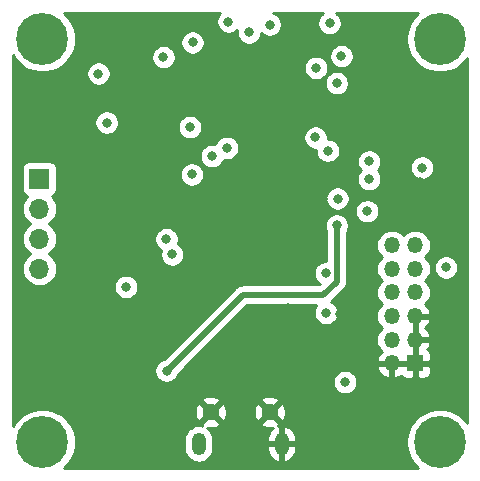
<source format=gbr>
G04 #@! TF.GenerationSoftware,KiCad,Pcbnew,(5.1.0)-1*
G04 #@! TF.CreationDate,2019-11-13T23:10:21-06:00*
G04 #@! TF.ProjectId,low_cost_multispectral_sensor,6c6f775f-636f-4737-945f-6d756c746973,rev?*
G04 #@! TF.SameCoordinates,Original*
G04 #@! TF.FileFunction,Copper,L2,Inr*
G04 #@! TF.FilePolarity,Positive*
%FSLAX46Y46*%
G04 Gerber Fmt 4.6, Leading zero omitted, Abs format (unit mm)*
G04 Created by KiCad (PCBNEW (5.1.0)-1) date 2019-11-13 23:10:21*
%MOMM*%
%LPD*%
G04 APERTURE LIST*
%ADD10C,1.450000*%
%ADD11O,1.200000X1.900000*%
%ADD12O,1.700000X1.700000*%
%ADD13R,1.700000X1.700000*%
%ADD14O,1.350000X1.350000*%
%ADD15R,1.350000X1.350000*%
%ADD16C,4.400000*%
%ADD17C,0.800000*%
%ADD18C,0.500000*%
%ADD19C,0.254000*%
G04 APERTURE END LIST*
D10*
X167450000Y-134450000D03*
X172450000Y-134450000D03*
D11*
X166450000Y-137150000D03*
X173450000Y-137150000D03*
D12*
X152950000Y-122320000D03*
X152950000Y-119780000D03*
X152950000Y-117240000D03*
D13*
X152950000Y-114700000D03*
D14*
X182775000Y-120325000D03*
X184775000Y-120325000D03*
X182775000Y-122325000D03*
X184775000Y-122325000D03*
X182775000Y-124325000D03*
X184775000Y-124325000D03*
X182775000Y-126325000D03*
X184775000Y-126325000D03*
X182775000Y-128325000D03*
X184775000Y-128325000D03*
X182775000Y-130325000D03*
D15*
X184775000Y-130325000D03*
D16*
X153200000Y-102850000D03*
X153200000Y-137000000D03*
X186850000Y-137000000D03*
X186850000Y-102850000D03*
D17*
X176925000Y-116400000D03*
X170925000Y-113300000D03*
X163450000Y-107750000D03*
X166175000Y-104500000D03*
X174375000Y-105375000D03*
X185200000Y-114950000D03*
X186025000Y-111725000D03*
X178975000Y-108950000D03*
X173975000Y-125650000D03*
X178400000Y-126175000D03*
X171950000Y-132775000D03*
X169700000Y-132475000D03*
X158125000Y-133575000D03*
X156425000Y-133075000D03*
X162500000Y-128450000D03*
X163475000Y-134925000D03*
X160925000Y-133550000D03*
X165750000Y-126925000D03*
X163725000Y-130950000D03*
X178125000Y-118650000D03*
X160300000Y-123850000D03*
X178125000Y-106600000D03*
X177525000Y-101525000D03*
X157950000Y-105800000D03*
X158650000Y-109950000D03*
X163450000Y-104400000D03*
X165925000Y-103150000D03*
X168950000Y-101400000D03*
X185350000Y-113750000D03*
X165700000Y-110325000D03*
X178200000Y-116375000D03*
X176325000Y-111200000D03*
X176375000Y-105300000D03*
X180700000Y-117450000D03*
X177225000Y-126050000D03*
X177375000Y-112325000D03*
X178525000Y-104325000D03*
X187375000Y-122200000D03*
X180875000Y-114725000D03*
X180875000Y-113225000D03*
X178825000Y-131925000D03*
X177200000Y-122700000D03*
X165850000Y-114325000D03*
X172450000Y-101650000D03*
X167560000Y-112775000D03*
X170700000Y-102300000D03*
X168825000Y-112075000D03*
X164200000Y-121100000D03*
X163700000Y-119800000D03*
D18*
X163725000Y-130950000D02*
X170150000Y-124525000D01*
X170150000Y-124525000D02*
X177000000Y-124525000D01*
X177000000Y-124525000D02*
X178125000Y-123400000D01*
X178125000Y-123400000D02*
X178125000Y-118650000D01*
D19*
G36*
X168146063Y-100740226D02*
G01*
X168032795Y-100909744D01*
X167954774Y-101098102D01*
X167915000Y-101298061D01*
X167915000Y-101501939D01*
X167954774Y-101701898D01*
X168032795Y-101890256D01*
X168146063Y-102059774D01*
X168290226Y-102203937D01*
X168459744Y-102317205D01*
X168648102Y-102395226D01*
X168848061Y-102435000D01*
X169051939Y-102435000D01*
X169251898Y-102395226D01*
X169440256Y-102317205D01*
X169609774Y-102203937D01*
X169677254Y-102136457D01*
X169665000Y-102198061D01*
X169665000Y-102401939D01*
X169704774Y-102601898D01*
X169782795Y-102790256D01*
X169896063Y-102959774D01*
X170040226Y-103103937D01*
X170209744Y-103217205D01*
X170398102Y-103295226D01*
X170598061Y-103335000D01*
X170801939Y-103335000D01*
X171001898Y-103295226D01*
X171190256Y-103217205D01*
X171359774Y-103103937D01*
X171503937Y-102959774D01*
X171617205Y-102790256D01*
X171695226Y-102601898D01*
X171735000Y-102401939D01*
X171735000Y-102398711D01*
X171790226Y-102453937D01*
X171959744Y-102567205D01*
X172148102Y-102645226D01*
X172348061Y-102685000D01*
X172551939Y-102685000D01*
X172751898Y-102645226D01*
X172940256Y-102567205D01*
X173109774Y-102453937D01*
X173253937Y-102309774D01*
X173367205Y-102140256D01*
X173445226Y-101951898D01*
X173485000Y-101751939D01*
X173485000Y-101548061D01*
X173445226Y-101348102D01*
X173367205Y-101159744D01*
X173253937Y-100990226D01*
X173109774Y-100846063D01*
X172940256Y-100732795D01*
X172764515Y-100660000D01*
X176956613Y-100660000D01*
X176865226Y-100721063D01*
X176721063Y-100865226D01*
X176607795Y-101034744D01*
X176529774Y-101223102D01*
X176490000Y-101423061D01*
X176490000Y-101626939D01*
X176529774Y-101826898D01*
X176607795Y-102015256D01*
X176721063Y-102184774D01*
X176865226Y-102328937D01*
X177034744Y-102442205D01*
X177223102Y-102520226D01*
X177423061Y-102560000D01*
X177626939Y-102560000D01*
X177826898Y-102520226D01*
X178015256Y-102442205D01*
X178184774Y-102328937D01*
X178328937Y-102184774D01*
X178442205Y-102015256D01*
X178520226Y-101826898D01*
X178560000Y-101626939D01*
X178560000Y-101423061D01*
X178520226Y-101223102D01*
X178442205Y-101034744D01*
X178328937Y-100865226D01*
X178184774Y-100721063D01*
X178093387Y-100660000D01*
X185030705Y-100660000D01*
X184647912Y-101042793D01*
X184337656Y-101507124D01*
X184123948Y-102023061D01*
X184015000Y-102570777D01*
X184015000Y-103129223D01*
X184123948Y-103676939D01*
X184337656Y-104192876D01*
X184647912Y-104657207D01*
X185042793Y-105052088D01*
X185507124Y-105362344D01*
X186023061Y-105576052D01*
X186570777Y-105685000D01*
X187129223Y-105685000D01*
X187676939Y-105576052D01*
X188192876Y-105362344D01*
X188657207Y-105052088D01*
X189052088Y-104657207D01*
X189190001Y-104450806D01*
X189190000Y-135399193D01*
X189052088Y-135192793D01*
X188657207Y-134797912D01*
X188192876Y-134487656D01*
X187676939Y-134273948D01*
X187129223Y-134165000D01*
X186570777Y-134165000D01*
X186023061Y-134273948D01*
X185507124Y-134487656D01*
X185042793Y-134797912D01*
X184647912Y-135192793D01*
X184337656Y-135657124D01*
X184123948Y-136173061D01*
X184015000Y-136720777D01*
X184015000Y-137279223D01*
X184123948Y-137826939D01*
X184337656Y-138342876D01*
X184647912Y-138807207D01*
X185030705Y-139190000D01*
X155019295Y-139190000D01*
X155402088Y-138807207D01*
X155712344Y-138342876D01*
X155926052Y-137826939D01*
X156035000Y-137279223D01*
X156035000Y-136739335D01*
X165215000Y-136739335D01*
X165215000Y-137560664D01*
X165232870Y-137742101D01*
X165303489Y-137974900D01*
X165418167Y-138189448D01*
X165572498Y-138377502D01*
X165760551Y-138531833D01*
X165975099Y-138646511D01*
X166207898Y-138717130D01*
X166450000Y-138740975D01*
X166692101Y-138717130D01*
X166924900Y-138646511D01*
X167139448Y-138531833D01*
X167327502Y-138377502D01*
X167481833Y-138189449D01*
X167596511Y-137974901D01*
X167667130Y-137742102D01*
X167685000Y-137560665D01*
X167685000Y-137277000D01*
X172215000Y-137277000D01*
X172215000Y-137627000D01*
X172263507Y-137865496D01*
X172357610Y-138089946D01*
X172493693Y-138291725D01*
X172666526Y-138463078D01*
X172869467Y-138597421D01*
X173094718Y-138689591D01*
X173132391Y-138693462D01*
X173323000Y-138568731D01*
X173323000Y-137277000D01*
X173577000Y-137277000D01*
X173577000Y-138568731D01*
X173767609Y-138693462D01*
X173805282Y-138689591D01*
X174030533Y-138597421D01*
X174233474Y-138463078D01*
X174406307Y-138291725D01*
X174542390Y-138089946D01*
X174636493Y-137865496D01*
X174685000Y-137627000D01*
X174685000Y-137277000D01*
X173577000Y-137277000D01*
X173323000Y-137277000D01*
X172215000Y-137277000D01*
X167685000Y-137277000D01*
X167685000Y-136739336D01*
X167667130Y-136557899D01*
X167596511Y-136325099D01*
X167481833Y-136110551D01*
X167327502Y-135922498D01*
X167149841Y-135776695D01*
X167255849Y-135802719D01*
X167523482Y-135814604D01*
X167788291Y-135774048D01*
X168040100Y-135682609D01*
X168147035Y-135625450D01*
X168209528Y-135389133D01*
X171690472Y-135389133D01*
X171752965Y-135625450D01*
X171995678Y-135738850D01*
X172255849Y-135802719D01*
X172523482Y-135814604D01*
X172753442Y-135779385D01*
X172666526Y-135836922D01*
X172493693Y-136008275D01*
X172357610Y-136210054D01*
X172263507Y-136434504D01*
X172215000Y-136673000D01*
X172215000Y-137023000D01*
X173323000Y-137023000D01*
X173323000Y-135731269D01*
X173577000Y-135731269D01*
X173577000Y-137023000D01*
X174685000Y-137023000D01*
X174685000Y-136673000D01*
X174636493Y-136434504D01*
X174542390Y-136210054D01*
X174406307Y-136008275D01*
X174233474Y-135836922D01*
X174030533Y-135702579D01*
X173805282Y-135610409D01*
X173767609Y-135606538D01*
X173577000Y-135731269D01*
X173323000Y-135731269D01*
X173149138Y-135617497D01*
X173209528Y-135389133D01*
X172450000Y-134629605D01*
X171690472Y-135389133D01*
X168209528Y-135389133D01*
X167450000Y-134629605D01*
X166690472Y-135389133D01*
X166746031Y-135599229D01*
X166692102Y-135582870D01*
X166450000Y-135559025D01*
X166207899Y-135582870D01*
X165975100Y-135653489D01*
X165760552Y-135768167D01*
X165572499Y-135922498D01*
X165418168Y-136110551D01*
X165303489Y-136325099D01*
X165232870Y-136557898D01*
X165215000Y-136739335D01*
X156035000Y-136739335D01*
X156035000Y-136720777D01*
X155926052Y-136173061D01*
X155712344Y-135657124D01*
X155402088Y-135192793D01*
X155007207Y-134797912D01*
X154596494Y-134523482D01*
X166085396Y-134523482D01*
X166125952Y-134788291D01*
X166217391Y-135040100D01*
X166274550Y-135147035D01*
X166510867Y-135209528D01*
X167270395Y-134450000D01*
X167629605Y-134450000D01*
X168389133Y-135209528D01*
X168625450Y-135147035D01*
X168738850Y-134904322D01*
X168802719Y-134644151D01*
X168808077Y-134523482D01*
X171085396Y-134523482D01*
X171125952Y-134788291D01*
X171217391Y-135040100D01*
X171274550Y-135147035D01*
X171510867Y-135209528D01*
X172270395Y-134450000D01*
X172629605Y-134450000D01*
X173389133Y-135209528D01*
X173625450Y-135147035D01*
X173738850Y-134904322D01*
X173802719Y-134644151D01*
X173814604Y-134376518D01*
X173774048Y-134111709D01*
X173682609Y-133859900D01*
X173625450Y-133752965D01*
X173389133Y-133690472D01*
X172629605Y-134450000D01*
X172270395Y-134450000D01*
X171510867Y-133690472D01*
X171274550Y-133752965D01*
X171161150Y-133995678D01*
X171097281Y-134255849D01*
X171085396Y-134523482D01*
X168808077Y-134523482D01*
X168814604Y-134376518D01*
X168774048Y-134111709D01*
X168682609Y-133859900D01*
X168625450Y-133752965D01*
X168389133Y-133690472D01*
X167629605Y-134450000D01*
X167270395Y-134450000D01*
X166510867Y-133690472D01*
X166274550Y-133752965D01*
X166161150Y-133995678D01*
X166097281Y-134255849D01*
X166085396Y-134523482D01*
X154596494Y-134523482D01*
X154542876Y-134487656D01*
X154026939Y-134273948D01*
X153479223Y-134165000D01*
X152920777Y-134165000D01*
X152373061Y-134273948D01*
X151857124Y-134487656D01*
X151392793Y-134797912D01*
X150997912Y-135192793D01*
X150710000Y-135623684D01*
X150710000Y-133510867D01*
X166690472Y-133510867D01*
X167450000Y-134270395D01*
X168209528Y-133510867D01*
X171690472Y-133510867D01*
X172450000Y-134270395D01*
X173209528Y-133510867D01*
X173147035Y-133274550D01*
X172904322Y-133161150D01*
X172644151Y-133097281D01*
X172376518Y-133085396D01*
X172111709Y-133125952D01*
X171859900Y-133217391D01*
X171752965Y-133274550D01*
X171690472Y-133510867D01*
X168209528Y-133510867D01*
X168147035Y-133274550D01*
X167904322Y-133161150D01*
X167644151Y-133097281D01*
X167376518Y-133085396D01*
X167111709Y-133125952D01*
X166859900Y-133217391D01*
X166752965Y-133274550D01*
X166690472Y-133510867D01*
X150710000Y-133510867D01*
X150710000Y-130848061D01*
X162690000Y-130848061D01*
X162690000Y-131051939D01*
X162729774Y-131251898D01*
X162807795Y-131440256D01*
X162921063Y-131609774D01*
X163065226Y-131753937D01*
X163234744Y-131867205D01*
X163423102Y-131945226D01*
X163623061Y-131985000D01*
X163826939Y-131985000D01*
X164026898Y-131945226D01*
X164215256Y-131867205D01*
X164281322Y-131823061D01*
X177790000Y-131823061D01*
X177790000Y-132026939D01*
X177829774Y-132226898D01*
X177907795Y-132415256D01*
X178021063Y-132584774D01*
X178165226Y-132728937D01*
X178334744Y-132842205D01*
X178523102Y-132920226D01*
X178723061Y-132960000D01*
X178926939Y-132960000D01*
X179126898Y-132920226D01*
X179315256Y-132842205D01*
X179484774Y-132728937D01*
X179628937Y-132584774D01*
X179742205Y-132415256D01*
X179820226Y-132226898D01*
X179860000Y-132026939D01*
X179860000Y-131823061D01*
X179820226Y-131623102D01*
X179742205Y-131434744D01*
X179628937Y-131265226D01*
X179484774Y-131121063D01*
X179315256Y-131007795D01*
X179126898Y-130929774D01*
X178926939Y-130890000D01*
X178723061Y-130890000D01*
X178523102Y-130929774D01*
X178334744Y-131007795D01*
X178165226Y-131121063D01*
X178021063Y-131265226D01*
X177907795Y-131434744D01*
X177829774Y-131623102D01*
X177790000Y-131823061D01*
X164281322Y-131823061D01*
X164384774Y-131753937D01*
X164528937Y-131609774D01*
X164642205Y-131440256D01*
X164720226Y-131251898D01*
X164731535Y-131195043D01*
X165272178Y-130654400D01*
X181507090Y-130654400D01*
X181537762Y-130755528D01*
X181645527Y-130988629D01*
X181796697Y-131196227D01*
X181985463Y-131370344D01*
X182204570Y-131504289D01*
X182445599Y-131592915D01*
X182648000Y-131470085D01*
X182648000Y-130452000D01*
X182902000Y-130452000D01*
X182902000Y-131470085D01*
X183104401Y-131592915D01*
X183345430Y-131504289D01*
X183564537Y-131370344D01*
X183574744Y-131360929D01*
X183648815Y-131451185D01*
X183745506Y-131530537D01*
X183855820Y-131589502D01*
X183975518Y-131625812D01*
X184100000Y-131638072D01*
X184489250Y-131635000D01*
X184648000Y-131476250D01*
X184648000Y-130452000D01*
X184902000Y-130452000D01*
X184902000Y-131476250D01*
X185060750Y-131635000D01*
X185450000Y-131638072D01*
X185574482Y-131625812D01*
X185694180Y-131589502D01*
X185804494Y-131530537D01*
X185901185Y-131451185D01*
X185980537Y-131354494D01*
X186039502Y-131244180D01*
X186075812Y-131124482D01*
X186088072Y-131000000D01*
X186085000Y-130610750D01*
X185926250Y-130452000D01*
X184902000Y-130452000D01*
X184648000Y-130452000D01*
X182902000Y-130452000D01*
X182648000Y-130452000D01*
X181630776Y-130452000D01*
X181507090Y-130654400D01*
X165272178Y-130654400D01*
X170516579Y-125410000D01*
X176407850Y-125410000D01*
X176307795Y-125559744D01*
X176229774Y-125748102D01*
X176190000Y-125948061D01*
X176190000Y-126151939D01*
X176229774Y-126351898D01*
X176307795Y-126540256D01*
X176421063Y-126709774D01*
X176565226Y-126853937D01*
X176734744Y-126967205D01*
X176923102Y-127045226D01*
X177123061Y-127085000D01*
X177326939Y-127085000D01*
X177526898Y-127045226D01*
X177715256Y-126967205D01*
X177884774Y-126853937D01*
X178028937Y-126709774D01*
X178142205Y-126540256D01*
X178220226Y-126351898D01*
X178260000Y-126151939D01*
X178260000Y-125948061D01*
X178220226Y-125748102D01*
X178142205Y-125559744D01*
X178028937Y-125390226D01*
X177884774Y-125246063D01*
X177715256Y-125132795D01*
X177664717Y-125111861D01*
X178720050Y-124056529D01*
X178753817Y-124028817D01*
X178834953Y-123929954D01*
X178864410Y-123894060D01*
X178864411Y-123894059D01*
X178946589Y-123740313D01*
X178997195Y-123573490D01*
X179010000Y-123443477D01*
X179010000Y-123443467D01*
X179014281Y-123400001D01*
X179010000Y-123356535D01*
X179010000Y-120325000D01*
X181458662Y-120325000D01*
X181483955Y-120581805D01*
X181558862Y-120828741D01*
X181680505Y-121056318D01*
X181844208Y-121255792D01*
X181928539Y-121325000D01*
X181844208Y-121394208D01*
X181680505Y-121593682D01*
X181558862Y-121821259D01*
X181483955Y-122068195D01*
X181458662Y-122325000D01*
X181483955Y-122581805D01*
X181558862Y-122828741D01*
X181680505Y-123056318D01*
X181844208Y-123255792D01*
X181928539Y-123325000D01*
X181844208Y-123394208D01*
X181680505Y-123593682D01*
X181558862Y-123821259D01*
X181483955Y-124068195D01*
X181458662Y-124325000D01*
X181483955Y-124581805D01*
X181558862Y-124828741D01*
X181680505Y-125056318D01*
X181844208Y-125255792D01*
X181928539Y-125325000D01*
X181844208Y-125394208D01*
X181680505Y-125593682D01*
X181558862Y-125821259D01*
X181483955Y-126068195D01*
X181458662Y-126325000D01*
X181483955Y-126581805D01*
X181558862Y-126828741D01*
X181680505Y-127056318D01*
X181844208Y-127255792D01*
X181928539Y-127325000D01*
X181844208Y-127394208D01*
X181680505Y-127593682D01*
X181558862Y-127821259D01*
X181483955Y-128068195D01*
X181458662Y-128325000D01*
X181483955Y-128581805D01*
X181558862Y-128828741D01*
X181680505Y-129056318D01*
X181844208Y-129255792D01*
X181932648Y-129328372D01*
X181796697Y-129453773D01*
X181645527Y-129661371D01*
X181537762Y-129894472D01*
X181507090Y-129995600D01*
X181630776Y-130198000D01*
X182648000Y-130198000D01*
X182648000Y-130178000D01*
X182902000Y-130178000D01*
X182902000Y-130198000D01*
X184648000Y-130198000D01*
X184648000Y-128452000D01*
X184902000Y-128452000D01*
X184902000Y-130198000D01*
X185926250Y-130198000D01*
X186085000Y-130039250D01*
X186088072Y-129650000D01*
X186075812Y-129525518D01*
X186039502Y-129405820D01*
X185980537Y-129295506D01*
X185901185Y-129198815D01*
X185807441Y-129121881D01*
X185904473Y-128988629D01*
X186012238Y-128755528D01*
X186042910Y-128654400D01*
X185919224Y-128452000D01*
X184902000Y-128452000D01*
X184648000Y-128452000D01*
X184628000Y-128452000D01*
X184628000Y-128198000D01*
X184648000Y-128198000D01*
X184648000Y-126452000D01*
X184902000Y-126452000D01*
X184902000Y-128198000D01*
X185919224Y-128198000D01*
X186042910Y-127995600D01*
X186012238Y-127894472D01*
X185904473Y-127661371D01*
X185753303Y-127453773D01*
X185613696Y-127325000D01*
X185753303Y-127196227D01*
X185904473Y-126988629D01*
X186012238Y-126755528D01*
X186042910Y-126654400D01*
X185919224Y-126452000D01*
X184902000Y-126452000D01*
X184648000Y-126452000D01*
X184628000Y-126452000D01*
X184628000Y-126198000D01*
X184648000Y-126198000D01*
X184648000Y-126178000D01*
X184902000Y-126178000D01*
X184902000Y-126198000D01*
X185919224Y-126198000D01*
X186042910Y-125995600D01*
X186012238Y-125894472D01*
X185904473Y-125661371D01*
X185753303Y-125453773D01*
X185617352Y-125328372D01*
X185705792Y-125255792D01*
X185869495Y-125056318D01*
X185991138Y-124828741D01*
X186066045Y-124581805D01*
X186091338Y-124325000D01*
X186066045Y-124068195D01*
X185991138Y-123821259D01*
X185869495Y-123593682D01*
X185705792Y-123394208D01*
X185621461Y-123325000D01*
X185705792Y-123255792D01*
X185869495Y-123056318D01*
X185991138Y-122828741D01*
X186066045Y-122581805D01*
X186091338Y-122325000D01*
X186068987Y-122098061D01*
X186340000Y-122098061D01*
X186340000Y-122301939D01*
X186379774Y-122501898D01*
X186457795Y-122690256D01*
X186571063Y-122859774D01*
X186715226Y-123003937D01*
X186884744Y-123117205D01*
X187073102Y-123195226D01*
X187273061Y-123235000D01*
X187476939Y-123235000D01*
X187676898Y-123195226D01*
X187865256Y-123117205D01*
X188034774Y-123003937D01*
X188178937Y-122859774D01*
X188292205Y-122690256D01*
X188370226Y-122501898D01*
X188410000Y-122301939D01*
X188410000Y-122098061D01*
X188370226Y-121898102D01*
X188292205Y-121709744D01*
X188178937Y-121540226D01*
X188034774Y-121396063D01*
X187865256Y-121282795D01*
X187676898Y-121204774D01*
X187476939Y-121165000D01*
X187273061Y-121165000D01*
X187073102Y-121204774D01*
X186884744Y-121282795D01*
X186715226Y-121396063D01*
X186571063Y-121540226D01*
X186457795Y-121709744D01*
X186379774Y-121898102D01*
X186340000Y-122098061D01*
X186068987Y-122098061D01*
X186066045Y-122068195D01*
X185991138Y-121821259D01*
X185869495Y-121593682D01*
X185705792Y-121394208D01*
X185621461Y-121325000D01*
X185705792Y-121255792D01*
X185869495Y-121056318D01*
X185991138Y-120828741D01*
X186066045Y-120581805D01*
X186091338Y-120325000D01*
X186066045Y-120068195D01*
X185991138Y-119821259D01*
X185869495Y-119593682D01*
X185705792Y-119394208D01*
X185506318Y-119230505D01*
X185278741Y-119108862D01*
X185031805Y-119033955D01*
X184839351Y-119015000D01*
X184710649Y-119015000D01*
X184518195Y-119033955D01*
X184271259Y-119108862D01*
X184043682Y-119230505D01*
X183844208Y-119394208D01*
X183775000Y-119478539D01*
X183705792Y-119394208D01*
X183506318Y-119230505D01*
X183278741Y-119108862D01*
X183031805Y-119033955D01*
X182839351Y-119015000D01*
X182710649Y-119015000D01*
X182518195Y-119033955D01*
X182271259Y-119108862D01*
X182043682Y-119230505D01*
X181844208Y-119394208D01*
X181680505Y-119593682D01*
X181558862Y-119821259D01*
X181483955Y-120068195D01*
X181458662Y-120325000D01*
X179010000Y-120325000D01*
X179010000Y-119188454D01*
X179042205Y-119140256D01*
X179120226Y-118951898D01*
X179160000Y-118751939D01*
X179160000Y-118548061D01*
X179120226Y-118348102D01*
X179042205Y-118159744D01*
X178928937Y-117990226D01*
X178784774Y-117846063D01*
X178615256Y-117732795D01*
X178426898Y-117654774D01*
X178226939Y-117615000D01*
X178023061Y-117615000D01*
X177823102Y-117654774D01*
X177634744Y-117732795D01*
X177465226Y-117846063D01*
X177321063Y-117990226D01*
X177207795Y-118159744D01*
X177129774Y-118348102D01*
X177090000Y-118548061D01*
X177090000Y-118751939D01*
X177129774Y-118951898D01*
X177207795Y-119140256D01*
X177240001Y-119188456D01*
X177240000Y-121665000D01*
X177098061Y-121665000D01*
X176898102Y-121704774D01*
X176709744Y-121782795D01*
X176540226Y-121896063D01*
X176396063Y-122040226D01*
X176282795Y-122209744D01*
X176204774Y-122398102D01*
X176165000Y-122598061D01*
X176165000Y-122801939D01*
X176204774Y-123001898D01*
X176282795Y-123190256D01*
X176396063Y-123359774D01*
X176540226Y-123503937D01*
X176677657Y-123595765D01*
X176633422Y-123640000D01*
X170193465Y-123640000D01*
X170149999Y-123635719D01*
X170106533Y-123640000D01*
X170106523Y-123640000D01*
X169976510Y-123652805D01*
X169809687Y-123703411D01*
X169655941Y-123785589D01*
X169655939Y-123785590D01*
X169655940Y-123785590D01*
X169554953Y-123868468D01*
X169554951Y-123868470D01*
X169521183Y-123896183D01*
X169493470Y-123929951D01*
X163479957Y-129943465D01*
X163423102Y-129954774D01*
X163234744Y-130032795D01*
X163065226Y-130146063D01*
X162921063Y-130290226D01*
X162807795Y-130459744D01*
X162729774Y-130648102D01*
X162690000Y-130848061D01*
X150710000Y-130848061D01*
X150710000Y-117240000D01*
X151457815Y-117240000D01*
X151486487Y-117531111D01*
X151571401Y-117811034D01*
X151709294Y-118069014D01*
X151894866Y-118295134D01*
X152120986Y-118480706D01*
X152175791Y-118510000D01*
X152120986Y-118539294D01*
X151894866Y-118724866D01*
X151709294Y-118950986D01*
X151571401Y-119208966D01*
X151486487Y-119488889D01*
X151457815Y-119780000D01*
X151486487Y-120071111D01*
X151571401Y-120351034D01*
X151709294Y-120609014D01*
X151894866Y-120835134D01*
X152120986Y-121020706D01*
X152175791Y-121050000D01*
X152120986Y-121079294D01*
X151894866Y-121264866D01*
X151709294Y-121490986D01*
X151571401Y-121748966D01*
X151486487Y-122028889D01*
X151457815Y-122320000D01*
X151486487Y-122611111D01*
X151571401Y-122891034D01*
X151709294Y-123149014D01*
X151894866Y-123375134D01*
X152120986Y-123560706D01*
X152378966Y-123698599D01*
X152658889Y-123783513D01*
X152877050Y-123805000D01*
X153022950Y-123805000D01*
X153241111Y-123783513D01*
X153357980Y-123748061D01*
X159265000Y-123748061D01*
X159265000Y-123951939D01*
X159304774Y-124151898D01*
X159382795Y-124340256D01*
X159496063Y-124509774D01*
X159640226Y-124653937D01*
X159809744Y-124767205D01*
X159998102Y-124845226D01*
X160198061Y-124885000D01*
X160401939Y-124885000D01*
X160601898Y-124845226D01*
X160790256Y-124767205D01*
X160959774Y-124653937D01*
X161103937Y-124509774D01*
X161217205Y-124340256D01*
X161295226Y-124151898D01*
X161335000Y-123951939D01*
X161335000Y-123748061D01*
X161295226Y-123548102D01*
X161217205Y-123359744D01*
X161103937Y-123190226D01*
X160959774Y-123046063D01*
X160790256Y-122932795D01*
X160601898Y-122854774D01*
X160401939Y-122815000D01*
X160198061Y-122815000D01*
X159998102Y-122854774D01*
X159809744Y-122932795D01*
X159640226Y-123046063D01*
X159496063Y-123190226D01*
X159382795Y-123359744D01*
X159304774Y-123548102D01*
X159265000Y-123748061D01*
X153357980Y-123748061D01*
X153521034Y-123698599D01*
X153779014Y-123560706D01*
X154005134Y-123375134D01*
X154190706Y-123149014D01*
X154328599Y-122891034D01*
X154413513Y-122611111D01*
X154442185Y-122320000D01*
X154413513Y-122028889D01*
X154328599Y-121748966D01*
X154190706Y-121490986D01*
X154005134Y-121264866D01*
X153779014Y-121079294D01*
X153724209Y-121050000D01*
X153779014Y-121020706D01*
X154005134Y-120835134D01*
X154190706Y-120609014D01*
X154328599Y-120351034D01*
X154413513Y-120071111D01*
X154442185Y-119780000D01*
X154434115Y-119698061D01*
X162665000Y-119698061D01*
X162665000Y-119901939D01*
X162704774Y-120101898D01*
X162782795Y-120290256D01*
X162896063Y-120459774D01*
X163040226Y-120603937D01*
X163209744Y-120717205D01*
X163234103Y-120727295D01*
X163204774Y-120798102D01*
X163165000Y-120998061D01*
X163165000Y-121201939D01*
X163204774Y-121401898D01*
X163282795Y-121590256D01*
X163396063Y-121759774D01*
X163540226Y-121903937D01*
X163709744Y-122017205D01*
X163898102Y-122095226D01*
X164098061Y-122135000D01*
X164301939Y-122135000D01*
X164501898Y-122095226D01*
X164690256Y-122017205D01*
X164859774Y-121903937D01*
X165003937Y-121759774D01*
X165117205Y-121590256D01*
X165195226Y-121401898D01*
X165235000Y-121201939D01*
X165235000Y-120998061D01*
X165195226Y-120798102D01*
X165117205Y-120609744D01*
X165003937Y-120440226D01*
X164859774Y-120296063D01*
X164690256Y-120182795D01*
X164665897Y-120172705D01*
X164695226Y-120101898D01*
X164735000Y-119901939D01*
X164735000Y-119698061D01*
X164695226Y-119498102D01*
X164617205Y-119309744D01*
X164503937Y-119140226D01*
X164359774Y-118996063D01*
X164190256Y-118882795D01*
X164001898Y-118804774D01*
X163801939Y-118765000D01*
X163598061Y-118765000D01*
X163398102Y-118804774D01*
X163209744Y-118882795D01*
X163040226Y-118996063D01*
X162896063Y-119140226D01*
X162782795Y-119309744D01*
X162704774Y-119498102D01*
X162665000Y-119698061D01*
X154434115Y-119698061D01*
X154413513Y-119488889D01*
X154328599Y-119208966D01*
X154190706Y-118950986D01*
X154005134Y-118724866D01*
X153779014Y-118539294D01*
X153724209Y-118510000D01*
X153779014Y-118480706D01*
X154005134Y-118295134D01*
X154190706Y-118069014D01*
X154328599Y-117811034D01*
X154413513Y-117531111D01*
X154442185Y-117240000D01*
X154413513Y-116948889D01*
X154328599Y-116668966D01*
X154190706Y-116410986D01*
X154077514Y-116273061D01*
X177165000Y-116273061D01*
X177165000Y-116476939D01*
X177204774Y-116676898D01*
X177282795Y-116865256D01*
X177396063Y-117034774D01*
X177540226Y-117178937D01*
X177709744Y-117292205D01*
X177898102Y-117370226D01*
X178098061Y-117410000D01*
X178301939Y-117410000D01*
X178501898Y-117370226D01*
X178555408Y-117348061D01*
X179665000Y-117348061D01*
X179665000Y-117551939D01*
X179704774Y-117751898D01*
X179782795Y-117940256D01*
X179896063Y-118109774D01*
X180040226Y-118253937D01*
X180209744Y-118367205D01*
X180398102Y-118445226D01*
X180598061Y-118485000D01*
X180801939Y-118485000D01*
X181001898Y-118445226D01*
X181190256Y-118367205D01*
X181359774Y-118253937D01*
X181503937Y-118109774D01*
X181617205Y-117940256D01*
X181695226Y-117751898D01*
X181735000Y-117551939D01*
X181735000Y-117348061D01*
X181695226Y-117148102D01*
X181617205Y-116959744D01*
X181503937Y-116790226D01*
X181359774Y-116646063D01*
X181190256Y-116532795D01*
X181001898Y-116454774D01*
X180801939Y-116415000D01*
X180598061Y-116415000D01*
X180398102Y-116454774D01*
X180209744Y-116532795D01*
X180040226Y-116646063D01*
X179896063Y-116790226D01*
X179782795Y-116959744D01*
X179704774Y-117148102D01*
X179665000Y-117348061D01*
X178555408Y-117348061D01*
X178690256Y-117292205D01*
X178859774Y-117178937D01*
X179003937Y-117034774D01*
X179117205Y-116865256D01*
X179195226Y-116676898D01*
X179235000Y-116476939D01*
X179235000Y-116273061D01*
X179195226Y-116073102D01*
X179117205Y-115884744D01*
X179003937Y-115715226D01*
X178859774Y-115571063D01*
X178690256Y-115457795D01*
X178501898Y-115379774D01*
X178301939Y-115340000D01*
X178098061Y-115340000D01*
X177898102Y-115379774D01*
X177709744Y-115457795D01*
X177540226Y-115571063D01*
X177396063Y-115715226D01*
X177282795Y-115884744D01*
X177204774Y-116073102D01*
X177165000Y-116273061D01*
X154077514Y-116273061D01*
X154005134Y-116184866D01*
X153975313Y-116160393D01*
X154044180Y-116139502D01*
X154154494Y-116080537D01*
X154251185Y-116001185D01*
X154330537Y-115904494D01*
X154389502Y-115794180D01*
X154425812Y-115674482D01*
X154438072Y-115550000D01*
X154438072Y-114223061D01*
X164815000Y-114223061D01*
X164815000Y-114426939D01*
X164854774Y-114626898D01*
X164932795Y-114815256D01*
X165046063Y-114984774D01*
X165190226Y-115128937D01*
X165359744Y-115242205D01*
X165548102Y-115320226D01*
X165748061Y-115360000D01*
X165951939Y-115360000D01*
X166151898Y-115320226D01*
X166340256Y-115242205D01*
X166509774Y-115128937D01*
X166653937Y-114984774D01*
X166767205Y-114815256D01*
X166845226Y-114626898D01*
X166885000Y-114426939D01*
X166885000Y-114223061D01*
X166845226Y-114023102D01*
X166767205Y-113834744D01*
X166653937Y-113665226D01*
X166509774Y-113521063D01*
X166340256Y-113407795D01*
X166151898Y-113329774D01*
X165951939Y-113290000D01*
X165748061Y-113290000D01*
X165548102Y-113329774D01*
X165359744Y-113407795D01*
X165190226Y-113521063D01*
X165046063Y-113665226D01*
X164932795Y-113834744D01*
X164854774Y-114023102D01*
X164815000Y-114223061D01*
X154438072Y-114223061D01*
X154438072Y-113850000D01*
X154425812Y-113725518D01*
X154389502Y-113605820D01*
X154330537Y-113495506D01*
X154251185Y-113398815D01*
X154154494Y-113319463D01*
X154044180Y-113260498D01*
X153924482Y-113224188D01*
X153800000Y-113211928D01*
X152100000Y-113211928D01*
X151975518Y-113224188D01*
X151855820Y-113260498D01*
X151745506Y-113319463D01*
X151648815Y-113398815D01*
X151569463Y-113495506D01*
X151510498Y-113605820D01*
X151474188Y-113725518D01*
X151461928Y-113850000D01*
X151461928Y-115550000D01*
X151474188Y-115674482D01*
X151510498Y-115794180D01*
X151569463Y-115904494D01*
X151648815Y-116001185D01*
X151745506Y-116080537D01*
X151855820Y-116139502D01*
X151924687Y-116160393D01*
X151894866Y-116184866D01*
X151709294Y-116410986D01*
X151571401Y-116668966D01*
X151486487Y-116948889D01*
X151457815Y-117240000D01*
X150710000Y-117240000D01*
X150710000Y-112673061D01*
X166525000Y-112673061D01*
X166525000Y-112876939D01*
X166564774Y-113076898D01*
X166642795Y-113265256D01*
X166756063Y-113434774D01*
X166900226Y-113578937D01*
X167069744Y-113692205D01*
X167258102Y-113770226D01*
X167458061Y-113810000D01*
X167661939Y-113810000D01*
X167861898Y-113770226D01*
X168050256Y-113692205D01*
X168219774Y-113578937D01*
X168363937Y-113434774D01*
X168477205Y-113265256D01*
X168555226Y-113076898D01*
X168555280Y-113076627D01*
X168723061Y-113110000D01*
X168926939Y-113110000D01*
X169126898Y-113070226D01*
X169315256Y-112992205D01*
X169484774Y-112878937D01*
X169628937Y-112734774D01*
X169742205Y-112565256D01*
X169820226Y-112376898D01*
X169860000Y-112176939D01*
X169860000Y-111973061D01*
X169820226Y-111773102D01*
X169742205Y-111584744D01*
X169628937Y-111415226D01*
X169484774Y-111271063D01*
X169315256Y-111157795D01*
X169171047Y-111098061D01*
X175290000Y-111098061D01*
X175290000Y-111301939D01*
X175329774Y-111501898D01*
X175407795Y-111690256D01*
X175521063Y-111859774D01*
X175665226Y-112003937D01*
X175834744Y-112117205D01*
X176023102Y-112195226D01*
X176223061Y-112235000D01*
X176340000Y-112235000D01*
X176340000Y-112426939D01*
X176379774Y-112626898D01*
X176457795Y-112815256D01*
X176571063Y-112984774D01*
X176715226Y-113128937D01*
X176884744Y-113242205D01*
X177073102Y-113320226D01*
X177273061Y-113360000D01*
X177476939Y-113360000D01*
X177676898Y-113320226D01*
X177865256Y-113242205D01*
X178034774Y-113128937D01*
X178040650Y-113123061D01*
X179840000Y-113123061D01*
X179840000Y-113326939D01*
X179879774Y-113526898D01*
X179957795Y-113715256D01*
X180071063Y-113884774D01*
X180161289Y-113975000D01*
X180071063Y-114065226D01*
X179957795Y-114234744D01*
X179879774Y-114423102D01*
X179840000Y-114623061D01*
X179840000Y-114826939D01*
X179879774Y-115026898D01*
X179957795Y-115215256D01*
X180071063Y-115384774D01*
X180215226Y-115528937D01*
X180384744Y-115642205D01*
X180573102Y-115720226D01*
X180773061Y-115760000D01*
X180976939Y-115760000D01*
X181176898Y-115720226D01*
X181365256Y-115642205D01*
X181534774Y-115528937D01*
X181678937Y-115384774D01*
X181792205Y-115215256D01*
X181870226Y-115026898D01*
X181910000Y-114826939D01*
X181910000Y-114623061D01*
X181870226Y-114423102D01*
X181792205Y-114234744D01*
X181678937Y-114065226D01*
X181588711Y-113975000D01*
X181678937Y-113884774D01*
X181792205Y-113715256D01*
X181820038Y-113648061D01*
X184315000Y-113648061D01*
X184315000Y-113851939D01*
X184354774Y-114051898D01*
X184432795Y-114240256D01*
X184546063Y-114409774D01*
X184690226Y-114553937D01*
X184859744Y-114667205D01*
X185048102Y-114745226D01*
X185248061Y-114785000D01*
X185451939Y-114785000D01*
X185651898Y-114745226D01*
X185840256Y-114667205D01*
X186009774Y-114553937D01*
X186153937Y-114409774D01*
X186267205Y-114240256D01*
X186345226Y-114051898D01*
X186385000Y-113851939D01*
X186385000Y-113648061D01*
X186345226Y-113448102D01*
X186267205Y-113259744D01*
X186153937Y-113090226D01*
X186009774Y-112946063D01*
X185840256Y-112832795D01*
X185651898Y-112754774D01*
X185451939Y-112715000D01*
X185248061Y-112715000D01*
X185048102Y-112754774D01*
X184859744Y-112832795D01*
X184690226Y-112946063D01*
X184546063Y-113090226D01*
X184432795Y-113259744D01*
X184354774Y-113448102D01*
X184315000Y-113648061D01*
X181820038Y-113648061D01*
X181870226Y-113526898D01*
X181910000Y-113326939D01*
X181910000Y-113123061D01*
X181870226Y-112923102D01*
X181792205Y-112734744D01*
X181678937Y-112565226D01*
X181534774Y-112421063D01*
X181365256Y-112307795D01*
X181176898Y-112229774D01*
X180976939Y-112190000D01*
X180773061Y-112190000D01*
X180573102Y-112229774D01*
X180384744Y-112307795D01*
X180215226Y-112421063D01*
X180071063Y-112565226D01*
X179957795Y-112734744D01*
X179879774Y-112923102D01*
X179840000Y-113123061D01*
X178040650Y-113123061D01*
X178178937Y-112984774D01*
X178292205Y-112815256D01*
X178370226Y-112626898D01*
X178410000Y-112426939D01*
X178410000Y-112223061D01*
X178370226Y-112023102D01*
X178292205Y-111834744D01*
X178178937Y-111665226D01*
X178034774Y-111521063D01*
X177865256Y-111407795D01*
X177676898Y-111329774D01*
X177476939Y-111290000D01*
X177360000Y-111290000D01*
X177360000Y-111098061D01*
X177320226Y-110898102D01*
X177242205Y-110709744D01*
X177128937Y-110540226D01*
X176984774Y-110396063D01*
X176815256Y-110282795D01*
X176626898Y-110204774D01*
X176426939Y-110165000D01*
X176223061Y-110165000D01*
X176023102Y-110204774D01*
X175834744Y-110282795D01*
X175665226Y-110396063D01*
X175521063Y-110540226D01*
X175407795Y-110709744D01*
X175329774Y-110898102D01*
X175290000Y-111098061D01*
X169171047Y-111098061D01*
X169126898Y-111079774D01*
X168926939Y-111040000D01*
X168723061Y-111040000D01*
X168523102Y-111079774D01*
X168334744Y-111157795D01*
X168165226Y-111271063D01*
X168021063Y-111415226D01*
X167907795Y-111584744D01*
X167829774Y-111773102D01*
X167829720Y-111773373D01*
X167661939Y-111740000D01*
X167458061Y-111740000D01*
X167258102Y-111779774D01*
X167069744Y-111857795D01*
X166900226Y-111971063D01*
X166756063Y-112115226D01*
X166642795Y-112284744D01*
X166564774Y-112473102D01*
X166525000Y-112673061D01*
X150710000Y-112673061D01*
X150710000Y-109848061D01*
X157615000Y-109848061D01*
X157615000Y-110051939D01*
X157654774Y-110251898D01*
X157732795Y-110440256D01*
X157846063Y-110609774D01*
X157990226Y-110753937D01*
X158159744Y-110867205D01*
X158348102Y-110945226D01*
X158548061Y-110985000D01*
X158751939Y-110985000D01*
X158951898Y-110945226D01*
X159140256Y-110867205D01*
X159309774Y-110753937D01*
X159453937Y-110609774D01*
X159567205Y-110440256D01*
X159645226Y-110251898D01*
X159650961Y-110223061D01*
X164665000Y-110223061D01*
X164665000Y-110426939D01*
X164704774Y-110626898D01*
X164782795Y-110815256D01*
X164896063Y-110984774D01*
X165040226Y-111128937D01*
X165209744Y-111242205D01*
X165398102Y-111320226D01*
X165598061Y-111360000D01*
X165801939Y-111360000D01*
X166001898Y-111320226D01*
X166190256Y-111242205D01*
X166359774Y-111128937D01*
X166503937Y-110984774D01*
X166617205Y-110815256D01*
X166695226Y-110626898D01*
X166735000Y-110426939D01*
X166735000Y-110223061D01*
X166695226Y-110023102D01*
X166617205Y-109834744D01*
X166503937Y-109665226D01*
X166359774Y-109521063D01*
X166190256Y-109407795D01*
X166001898Y-109329774D01*
X165801939Y-109290000D01*
X165598061Y-109290000D01*
X165398102Y-109329774D01*
X165209744Y-109407795D01*
X165040226Y-109521063D01*
X164896063Y-109665226D01*
X164782795Y-109834744D01*
X164704774Y-110023102D01*
X164665000Y-110223061D01*
X159650961Y-110223061D01*
X159685000Y-110051939D01*
X159685000Y-109848061D01*
X159645226Y-109648102D01*
X159567205Y-109459744D01*
X159453937Y-109290226D01*
X159309774Y-109146063D01*
X159140256Y-109032795D01*
X158951898Y-108954774D01*
X158751939Y-108915000D01*
X158548061Y-108915000D01*
X158348102Y-108954774D01*
X158159744Y-109032795D01*
X157990226Y-109146063D01*
X157846063Y-109290226D01*
X157732795Y-109459744D01*
X157654774Y-109648102D01*
X157615000Y-109848061D01*
X150710000Y-109848061D01*
X150710000Y-105698061D01*
X156915000Y-105698061D01*
X156915000Y-105901939D01*
X156954774Y-106101898D01*
X157032795Y-106290256D01*
X157146063Y-106459774D01*
X157290226Y-106603937D01*
X157459744Y-106717205D01*
X157648102Y-106795226D01*
X157848061Y-106835000D01*
X158051939Y-106835000D01*
X158251898Y-106795226D01*
X158440256Y-106717205D01*
X158609774Y-106603937D01*
X158715650Y-106498061D01*
X177090000Y-106498061D01*
X177090000Y-106701939D01*
X177129774Y-106901898D01*
X177207795Y-107090256D01*
X177321063Y-107259774D01*
X177465226Y-107403937D01*
X177634744Y-107517205D01*
X177823102Y-107595226D01*
X178023061Y-107635000D01*
X178226939Y-107635000D01*
X178426898Y-107595226D01*
X178615256Y-107517205D01*
X178784774Y-107403937D01*
X178928937Y-107259774D01*
X179042205Y-107090256D01*
X179120226Y-106901898D01*
X179160000Y-106701939D01*
X179160000Y-106498061D01*
X179120226Y-106298102D01*
X179042205Y-106109744D01*
X178928937Y-105940226D01*
X178784774Y-105796063D01*
X178615256Y-105682795D01*
X178426898Y-105604774D01*
X178226939Y-105565000D01*
X178023061Y-105565000D01*
X177823102Y-105604774D01*
X177634744Y-105682795D01*
X177465226Y-105796063D01*
X177321063Y-105940226D01*
X177207795Y-106109744D01*
X177129774Y-106298102D01*
X177090000Y-106498061D01*
X158715650Y-106498061D01*
X158753937Y-106459774D01*
X158867205Y-106290256D01*
X158945226Y-106101898D01*
X158985000Y-105901939D01*
X158985000Y-105698061D01*
X158945226Y-105498102D01*
X158867205Y-105309744D01*
X158753937Y-105140226D01*
X158609774Y-104996063D01*
X158440256Y-104882795D01*
X158251898Y-104804774D01*
X158051939Y-104765000D01*
X157848061Y-104765000D01*
X157648102Y-104804774D01*
X157459744Y-104882795D01*
X157290226Y-104996063D01*
X157146063Y-105140226D01*
X157032795Y-105309744D01*
X156954774Y-105498102D01*
X156915000Y-105698061D01*
X150710000Y-105698061D01*
X150710000Y-104226316D01*
X150997912Y-104657207D01*
X151392793Y-105052088D01*
X151857124Y-105362344D01*
X152373061Y-105576052D01*
X152920777Y-105685000D01*
X153479223Y-105685000D01*
X154026939Y-105576052D01*
X154542876Y-105362344D01*
X155007207Y-105052088D01*
X155402088Y-104657207D01*
X155642061Y-104298061D01*
X162415000Y-104298061D01*
X162415000Y-104501939D01*
X162454774Y-104701898D01*
X162532795Y-104890256D01*
X162646063Y-105059774D01*
X162790226Y-105203937D01*
X162959744Y-105317205D01*
X163148102Y-105395226D01*
X163348061Y-105435000D01*
X163551939Y-105435000D01*
X163751898Y-105395226D01*
X163940256Y-105317205D01*
X164109774Y-105203937D01*
X164115650Y-105198061D01*
X175340000Y-105198061D01*
X175340000Y-105401939D01*
X175379774Y-105601898D01*
X175457795Y-105790256D01*
X175571063Y-105959774D01*
X175715226Y-106103937D01*
X175884744Y-106217205D01*
X176073102Y-106295226D01*
X176273061Y-106335000D01*
X176476939Y-106335000D01*
X176676898Y-106295226D01*
X176865256Y-106217205D01*
X177034774Y-106103937D01*
X177178937Y-105959774D01*
X177292205Y-105790256D01*
X177370226Y-105601898D01*
X177410000Y-105401939D01*
X177410000Y-105198061D01*
X177370226Y-104998102D01*
X177292205Y-104809744D01*
X177178937Y-104640226D01*
X177034774Y-104496063D01*
X176865256Y-104382795D01*
X176676898Y-104304774D01*
X176476939Y-104265000D01*
X176273061Y-104265000D01*
X176073102Y-104304774D01*
X175884744Y-104382795D01*
X175715226Y-104496063D01*
X175571063Y-104640226D01*
X175457795Y-104809744D01*
X175379774Y-104998102D01*
X175340000Y-105198061D01*
X164115650Y-105198061D01*
X164253937Y-105059774D01*
X164367205Y-104890256D01*
X164445226Y-104701898D01*
X164485000Y-104501939D01*
X164485000Y-104298061D01*
X164470082Y-104223061D01*
X177490000Y-104223061D01*
X177490000Y-104426939D01*
X177529774Y-104626898D01*
X177607795Y-104815256D01*
X177721063Y-104984774D01*
X177865226Y-105128937D01*
X178034744Y-105242205D01*
X178223102Y-105320226D01*
X178423061Y-105360000D01*
X178626939Y-105360000D01*
X178826898Y-105320226D01*
X179015256Y-105242205D01*
X179184774Y-105128937D01*
X179328937Y-104984774D01*
X179442205Y-104815256D01*
X179520226Y-104626898D01*
X179560000Y-104426939D01*
X179560000Y-104223061D01*
X179520226Y-104023102D01*
X179442205Y-103834744D01*
X179328937Y-103665226D01*
X179184774Y-103521063D01*
X179015256Y-103407795D01*
X178826898Y-103329774D01*
X178626939Y-103290000D01*
X178423061Y-103290000D01*
X178223102Y-103329774D01*
X178034744Y-103407795D01*
X177865226Y-103521063D01*
X177721063Y-103665226D01*
X177607795Y-103834744D01*
X177529774Y-104023102D01*
X177490000Y-104223061D01*
X164470082Y-104223061D01*
X164445226Y-104098102D01*
X164367205Y-103909744D01*
X164253937Y-103740226D01*
X164109774Y-103596063D01*
X163940256Y-103482795D01*
X163751898Y-103404774D01*
X163551939Y-103365000D01*
X163348061Y-103365000D01*
X163148102Y-103404774D01*
X162959744Y-103482795D01*
X162790226Y-103596063D01*
X162646063Y-103740226D01*
X162532795Y-103909744D01*
X162454774Y-104098102D01*
X162415000Y-104298061D01*
X155642061Y-104298061D01*
X155712344Y-104192876D01*
X155926052Y-103676939D01*
X156035000Y-103129223D01*
X156035000Y-103048061D01*
X164890000Y-103048061D01*
X164890000Y-103251939D01*
X164929774Y-103451898D01*
X165007795Y-103640256D01*
X165121063Y-103809774D01*
X165265226Y-103953937D01*
X165434744Y-104067205D01*
X165623102Y-104145226D01*
X165823061Y-104185000D01*
X166026939Y-104185000D01*
X166226898Y-104145226D01*
X166415256Y-104067205D01*
X166584774Y-103953937D01*
X166728937Y-103809774D01*
X166842205Y-103640256D01*
X166920226Y-103451898D01*
X166960000Y-103251939D01*
X166960000Y-103048061D01*
X166920226Y-102848102D01*
X166842205Y-102659744D01*
X166728937Y-102490226D01*
X166584774Y-102346063D01*
X166415256Y-102232795D01*
X166226898Y-102154774D01*
X166026939Y-102115000D01*
X165823061Y-102115000D01*
X165623102Y-102154774D01*
X165434744Y-102232795D01*
X165265226Y-102346063D01*
X165121063Y-102490226D01*
X165007795Y-102659744D01*
X164929774Y-102848102D01*
X164890000Y-103048061D01*
X156035000Y-103048061D01*
X156035000Y-102570777D01*
X155926052Y-102023061D01*
X155712344Y-101507124D01*
X155402088Y-101042793D01*
X155019295Y-100660000D01*
X168226289Y-100660000D01*
X168146063Y-100740226D01*
X168146063Y-100740226D01*
G37*
X168146063Y-100740226D02*
X168032795Y-100909744D01*
X167954774Y-101098102D01*
X167915000Y-101298061D01*
X167915000Y-101501939D01*
X167954774Y-101701898D01*
X168032795Y-101890256D01*
X168146063Y-102059774D01*
X168290226Y-102203937D01*
X168459744Y-102317205D01*
X168648102Y-102395226D01*
X168848061Y-102435000D01*
X169051939Y-102435000D01*
X169251898Y-102395226D01*
X169440256Y-102317205D01*
X169609774Y-102203937D01*
X169677254Y-102136457D01*
X169665000Y-102198061D01*
X169665000Y-102401939D01*
X169704774Y-102601898D01*
X169782795Y-102790256D01*
X169896063Y-102959774D01*
X170040226Y-103103937D01*
X170209744Y-103217205D01*
X170398102Y-103295226D01*
X170598061Y-103335000D01*
X170801939Y-103335000D01*
X171001898Y-103295226D01*
X171190256Y-103217205D01*
X171359774Y-103103937D01*
X171503937Y-102959774D01*
X171617205Y-102790256D01*
X171695226Y-102601898D01*
X171735000Y-102401939D01*
X171735000Y-102398711D01*
X171790226Y-102453937D01*
X171959744Y-102567205D01*
X172148102Y-102645226D01*
X172348061Y-102685000D01*
X172551939Y-102685000D01*
X172751898Y-102645226D01*
X172940256Y-102567205D01*
X173109774Y-102453937D01*
X173253937Y-102309774D01*
X173367205Y-102140256D01*
X173445226Y-101951898D01*
X173485000Y-101751939D01*
X173485000Y-101548061D01*
X173445226Y-101348102D01*
X173367205Y-101159744D01*
X173253937Y-100990226D01*
X173109774Y-100846063D01*
X172940256Y-100732795D01*
X172764515Y-100660000D01*
X176956613Y-100660000D01*
X176865226Y-100721063D01*
X176721063Y-100865226D01*
X176607795Y-101034744D01*
X176529774Y-101223102D01*
X176490000Y-101423061D01*
X176490000Y-101626939D01*
X176529774Y-101826898D01*
X176607795Y-102015256D01*
X176721063Y-102184774D01*
X176865226Y-102328937D01*
X177034744Y-102442205D01*
X177223102Y-102520226D01*
X177423061Y-102560000D01*
X177626939Y-102560000D01*
X177826898Y-102520226D01*
X178015256Y-102442205D01*
X178184774Y-102328937D01*
X178328937Y-102184774D01*
X178442205Y-102015256D01*
X178520226Y-101826898D01*
X178560000Y-101626939D01*
X178560000Y-101423061D01*
X178520226Y-101223102D01*
X178442205Y-101034744D01*
X178328937Y-100865226D01*
X178184774Y-100721063D01*
X178093387Y-100660000D01*
X185030705Y-100660000D01*
X184647912Y-101042793D01*
X184337656Y-101507124D01*
X184123948Y-102023061D01*
X184015000Y-102570777D01*
X184015000Y-103129223D01*
X184123948Y-103676939D01*
X184337656Y-104192876D01*
X184647912Y-104657207D01*
X185042793Y-105052088D01*
X185507124Y-105362344D01*
X186023061Y-105576052D01*
X186570777Y-105685000D01*
X187129223Y-105685000D01*
X187676939Y-105576052D01*
X188192876Y-105362344D01*
X188657207Y-105052088D01*
X189052088Y-104657207D01*
X189190001Y-104450806D01*
X189190000Y-135399193D01*
X189052088Y-135192793D01*
X188657207Y-134797912D01*
X188192876Y-134487656D01*
X187676939Y-134273948D01*
X187129223Y-134165000D01*
X186570777Y-134165000D01*
X186023061Y-134273948D01*
X185507124Y-134487656D01*
X185042793Y-134797912D01*
X184647912Y-135192793D01*
X184337656Y-135657124D01*
X184123948Y-136173061D01*
X184015000Y-136720777D01*
X184015000Y-137279223D01*
X184123948Y-137826939D01*
X184337656Y-138342876D01*
X184647912Y-138807207D01*
X185030705Y-139190000D01*
X155019295Y-139190000D01*
X155402088Y-138807207D01*
X155712344Y-138342876D01*
X155926052Y-137826939D01*
X156035000Y-137279223D01*
X156035000Y-136739335D01*
X165215000Y-136739335D01*
X165215000Y-137560664D01*
X165232870Y-137742101D01*
X165303489Y-137974900D01*
X165418167Y-138189448D01*
X165572498Y-138377502D01*
X165760551Y-138531833D01*
X165975099Y-138646511D01*
X166207898Y-138717130D01*
X166450000Y-138740975D01*
X166692101Y-138717130D01*
X166924900Y-138646511D01*
X167139448Y-138531833D01*
X167327502Y-138377502D01*
X167481833Y-138189449D01*
X167596511Y-137974901D01*
X167667130Y-137742102D01*
X167685000Y-137560665D01*
X167685000Y-137277000D01*
X172215000Y-137277000D01*
X172215000Y-137627000D01*
X172263507Y-137865496D01*
X172357610Y-138089946D01*
X172493693Y-138291725D01*
X172666526Y-138463078D01*
X172869467Y-138597421D01*
X173094718Y-138689591D01*
X173132391Y-138693462D01*
X173323000Y-138568731D01*
X173323000Y-137277000D01*
X173577000Y-137277000D01*
X173577000Y-138568731D01*
X173767609Y-138693462D01*
X173805282Y-138689591D01*
X174030533Y-138597421D01*
X174233474Y-138463078D01*
X174406307Y-138291725D01*
X174542390Y-138089946D01*
X174636493Y-137865496D01*
X174685000Y-137627000D01*
X174685000Y-137277000D01*
X173577000Y-137277000D01*
X173323000Y-137277000D01*
X172215000Y-137277000D01*
X167685000Y-137277000D01*
X167685000Y-136739336D01*
X167667130Y-136557899D01*
X167596511Y-136325099D01*
X167481833Y-136110551D01*
X167327502Y-135922498D01*
X167149841Y-135776695D01*
X167255849Y-135802719D01*
X167523482Y-135814604D01*
X167788291Y-135774048D01*
X168040100Y-135682609D01*
X168147035Y-135625450D01*
X168209528Y-135389133D01*
X171690472Y-135389133D01*
X171752965Y-135625450D01*
X171995678Y-135738850D01*
X172255849Y-135802719D01*
X172523482Y-135814604D01*
X172753442Y-135779385D01*
X172666526Y-135836922D01*
X172493693Y-136008275D01*
X172357610Y-136210054D01*
X172263507Y-136434504D01*
X172215000Y-136673000D01*
X172215000Y-137023000D01*
X173323000Y-137023000D01*
X173323000Y-135731269D01*
X173577000Y-135731269D01*
X173577000Y-137023000D01*
X174685000Y-137023000D01*
X174685000Y-136673000D01*
X174636493Y-136434504D01*
X174542390Y-136210054D01*
X174406307Y-136008275D01*
X174233474Y-135836922D01*
X174030533Y-135702579D01*
X173805282Y-135610409D01*
X173767609Y-135606538D01*
X173577000Y-135731269D01*
X173323000Y-135731269D01*
X173149138Y-135617497D01*
X173209528Y-135389133D01*
X172450000Y-134629605D01*
X171690472Y-135389133D01*
X168209528Y-135389133D01*
X167450000Y-134629605D01*
X166690472Y-135389133D01*
X166746031Y-135599229D01*
X166692102Y-135582870D01*
X166450000Y-135559025D01*
X166207899Y-135582870D01*
X165975100Y-135653489D01*
X165760552Y-135768167D01*
X165572499Y-135922498D01*
X165418168Y-136110551D01*
X165303489Y-136325099D01*
X165232870Y-136557898D01*
X165215000Y-136739335D01*
X156035000Y-136739335D01*
X156035000Y-136720777D01*
X155926052Y-136173061D01*
X155712344Y-135657124D01*
X155402088Y-135192793D01*
X155007207Y-134797912D01*
X154596494Y-134523482D01*
X166085396Y-134523482D01*
X166125952Y-134788291D01*
X166217391Y-135040100D01*
X166274550Y-135147035D01*
X166510867Y-135209528D01*
X167270395Y-134450000D01*
X167629605Y-134450000D01*
X168389133Y-135209528D01*
X168625450Y-135147035D01*
X168738850Y-134904322D01*
X168802719Y-134644151D01*
X168808077Y-134523482D01*
X171085396Y-134523482D01*
X171125952Y-134788291D01*
X171217391Y-135040100D01*
X171274550Y-135147035D01*
X171510867Y-135209528D01*
X172270395Y-134450000D01*
X172629605Y-134450000D01*
X173389133Y-135209528D01*
X173625450Y-135147035D01*
X173738850Y-134904322D01*
X173802719Y-134644151D01*
X173814604Y-134376518D01*
X173774048Y-134111709D01*
X173682609Y-133859900D01*
X173625450Y-133752965D01*
X173389133Y-133690472D01*
X172629605Y-134450000D01*
X172270395Y-134450000D01*
X171510867Y-133690472D01*
X171274550Y-133752965D01*
X171161150Y-133995678D01*
X171097281Y-134255849D01*
X171085396Y-134523482D01*
X168808077Y-134523482D01*
X168814604Y-134376518D01*
X168774048Y-134111709D01*
X168682609Y-133859900D01*
X168625450Y-133752965D01*
X168389133Y-133690472D01*
X167629605Y-134450000D01*
X167270395Y-134450000D01*
X166510867Y-133690472D01*
X166274550Y-133752965D01*
X166161150Y-133995678D01*
X166097281Y-134255849D01*
X166085396Y-134523482D01*
X154596494Y-134523482D01*
X154542876Y-134487656D01*
X154026939Y-134273948D01*
X153479223Y-134165000D01*
X152920777Y-134165000D01*
X152373061Y-134273948D01*
X151857124Y-134487656D01*
X151392793Y-134797912D01*
X150997912Y-135192793D01*
X150710000Y-135623684D01*
X150710000Y-133510867D01*
X166690472Y-133510867D01*
X167450000Y-134270395D01*
X168209528Y-133510867D01*
X171690472Y-133510867D01*
X172450000Y-134270395D01*
X173209528Y-133510867D01*
X173147035Y-133274550D01*
X172904322Y-133161150D01*
X172644151Y-133097281D01*
X172376518Y-133085396D01*
X172111709Y-133125952D01*
X171859900Y-133217391D01*
X171752965Y-133274550D01*
X171690472Y-133510867D01*
X168209528Y-133510867D01*
X168147035Y-133274550D01*
X167904322Y-133161150D01*
X167644151Y-133097281D01*
X167376518Y-133085396D01*
X167111709Y-133125952D01*
X166859900Y-133217391D01*
X166752965Y-133274550D01*
X166690472Y-133510867D01*
X150710000Y-133510867D01*
X150710000Y-130848061D01*
X162690000Y-130848061D01*
X162690000Y-131051939D01*
X162729774Y-131251898D01*
X162807795Y-131440256D01*
X162921063Y-131609774D01*
X163065226Y-131753937D01*
X163234744Y-131867205D01*
X163423102Y-131945226D01*
X163623061Y-131985000D01*
X163826939Y-131985000D01*
X164026898Y-131945226D01*
X164215256Y-131867205D01*
X164281322Y-131823061D01*
X177790000Y-131823061D01*
X177790000Y-132026939D01*
X177829774Y-132226898D01*
X177907795Y-132415256D01*
X178021063Y-132584774D01*
X178165226Y-132728937D01*
X178334744Y-132842205D01*
X178523102Y-132920226D01*
X178723061Y-132960000D01*
X178926939Y-132960000D01*
X179126898Y-132920226D01*
X179315256Y-132842205D01*
X179484774Y-132728937D01*
X179628937Y-132584774D01*
X179742205Y-132415256D01*
X179820226Y-132226898D01*
X179860000Y-132026939D01*
X179860000Y-131823061D01*
X179820226Y-131623102D01*
X179742205Y-131434744D01*
X179628937Y-131265226D01*
X179484774Y-131121063D01*
X179315256Y-131007795D01*
X179126898Y-130929774D01*
X178926939Y-130890000D01*
X178723061Y-130890000D01*
X178523102Y-130929774D01*
X178334744Y-131007795D01*
X178165226Y-131121063D01*
X178021063Y-131265226D01*
X177907795Y-131434744D01*
X177829774Y-131623102D01*
X177790000Y-131823061D01*
X164281322Y-131823061D01*
X164384774Y-131753937D01*
X164528937Y-131609774D01*
X164642205Y-131440256D01*
X164720226Y-131251898D01*
X164731535Y-131195043D01*
X165272178Y-130654400D01*
X181507090Y-130654400D01*
X181537762Y-130755528D01*
X181645527Y-130988629D01*
X181796697Y-131196227D01*
X181985463Y-131370344D01*
X182204570Y-131504289D01*
X182445599Y-131592915D01*
X182648000Y-131470085D01*
X182648000Y-130452000D01*
X182902000Y-130452000D01*
X182902000Y-131470085D01*
X183104401Y-131592915D01*
X183345430Y-131504289D01*
X183564537Y-131370344D01*
X183574744Y-131360929D01*
X183648815Y-131451185D01*
X183745506Y-131530537D01*
X183855820Y-131589502D01*
X183975518Y-131625812D01*
X184100000Y-131638072D01*
X184489250Y-131635000D01*
X184648000Y-131476250D01*
X184648000Y-130452000D01*
X184902000Y-130452000D01*
X184902000Y-131476250D01*
X185060750Y-131635000D01*
X185450000Y-131638072D01*
X185574482Y-131625812D01*
X185694180Y-131589502D01*
X185804494Y-131530537D01*
X185901185Y-131451185D01*
X185980537Y-131354494D01*
X186039502Y-131244180D01*
X186075812Y-131124482D01*
X186088072Y-131000000D01*
X186085000Y-130610750D01*
X185926250Y-130452000D01*
X184902000Y-130452000D01*
X184648000Y-130452000D01*
X182902000Y-130452000D01*
X182648000Y-130452000D01*
X181630776Y-130452000D01*
X181507090Y-130654400D01*
X165272178Y-130654400D01*
X170516579Y-125410000D01*
X176407850Y-125410000D01*
X176307795Y-125559744D01*
X176229774Y-125748102D01*
X176190000Y-125948061D01*
X176190000Y-126151939D01*
X176229774Y-126351898D01*
X176307795Y-126540256D01*
X176421063Y-126709774D01*
X176565226Y-126853937D01*
X176734744Y-126967205D01*
X176923102Y-127045226D01*
X177123061Y-127085000D01*
X177326939Y-127085000D01*
X177526898Y-127045226D01*
X177715256Y-126967205D01*
X177884774Y-126853937D01*
X178028937Y-126709774D01*
X178142205Y-126540256D01*
X178220226Y-126351898D01*
X178260000Y-126151939D01*
X178260000Y-125948061D01*
X178220226Y-125748102D01*
X178142205Y-125559744D01*
X178028937Y-125390226D01*
X177884774Y-125246063D01*
X177715256Y-125132795D01*
X177664717Y-125111861D01*
X178720050Y-124056529D01*
X178753817Y-124028817D01*
X178834953Y-123929954D01*
X178864410Y-123894060D01*
X178864411Y-123894059D01*
X178946589Y-123740313D01*
X178997195Y-123573490D01*
X179010000Y-123443477D01*
X179010000Y-123443467D01*
X179014281Y-123400001D01*
X179010000Y-123356535D01*
X179010000Y-120325000D01*
X181458662Y-120325000D01*
X181483955Y-120581805D01*
X181558862Y-120828741D01*
X181680505Y-121056318D01*
X181844208Y-121255792D01*
X181928539Y-121325000D01*
X181844208Y-121394208D01*
X181680505Y-121593682D01*
X181558862Y-121821259D01*
X181483955Y-122068195D01*
X181458662Y-122325000D01*
X181483955Y-122581805D01*
X181558862Y-122828741D01*
X181680505Y-123056318D01*
X181844208Y-123255792D01*
X181928539Y-123325000D01*
X181844208Y-123394208D01*
X181680505Y-123593682D01*
X181558862Y-123821259D01*
X181483955Y-124068195D01*
X181458662Y-124325000D01*
X181483955Y-124581805D01*
X181558862Y-124828741D01*
X181680505Y-125056318D01*
X181844208Y-125255792D01*
X181928539Y-125325000D01*
X181844208Y-125394208D01*
X181680505Y-125593682D01*
X181558862Y-125821259D01*
X181483955Y-126068195D01*
X181458662Y-126325000D01*
X181483955Y-126581805D01*
X181558862Y-126828741D01*
X181680505Y-127056318D01*
X181844208Y-127255792D01*
X181928539Y-127325000D01*
X181844208Y-127394208D01*
X181680505Y-127593682D01*
X181558862Y-127821259D01*
X181483955Y-128068195D01*
X181458662Y-128325000D01*
X181483955Y-128581805D01*
X181558862Y-128828741D01*
X181680505Y-129056318D01*
X181844208Y-129255792D01*
X181932648Y-129328372D01*
X181796697Y-129453773D01*
X181645527Y-129661371D01*
X181537762Y-129894472D01*
X181507090Y-129995600D01*
X181630776Y-130198000D01*
X182648000Y-130198000D01*
X182648000Y-130178000D01*
X182902000Y-130178000D01*
X182902000Y-130198000D01*
X184648000Y-130198000D01*
X184648000Y-128452000D01*
X184902000Y-128452000D01*
X184902000Y-130198000D01*
X185926250Y-130198000D01*
X186085000Y-130039250D01*
X186088072Y-129650000D01*
X186075812Y-129525518D01*
X186039502Y-129405820D01*
X185980537Y-129295506D01*
X185901185Y-129198815D01*
X185807441Y-129121881D01*
X185904473Y-128988629D01*
X186012238Y-128755528D01*
X186042910Y-128654400D01*
X185919224Y-128452000D01*
X184902000Y-128452000D01*
X184648000Y-128452000D01*
X184628000Y-128452000D01*
X184628000Y-128198000D01*
X184648000Y-128198000D01*
X184648000Y-126452000D01*
X184902000Y-126452000D01*
X184902000Y-128198000D01*
X185919224Y-128198000D01*
X186042910Y-127995600D01*
X186012238Y-127894472D01*
X185904473Y-127661371D01*
X185753303Y-127453773D01*
X185613696Y-127325000D01*
X185753303Y-127196227D01*
X185904473Y-126988629D01*
X186012238Y-126755528D01*
X186042910Y-126654400D01*
X185919224Y-126452000D01*
X184902000Y-126452000D01*
X184648000Y-126452000D01*
X184628000Y-126452000D01*
X184628000Y-126198000D01*
X184648000Y-126198000D01*
X184648000Y-126178000D01*
X184902000Y-126178000D01*
X184902000Y-126198000D01*
X185919224Y-126198000D01*
X186042910Y-125995600D01*
X186012238Y-125894472D01*
X185904473Y-125661371D01*
X185753303Y-125453773D01*
X185617352Y-125328372D01*
X185705792Y-125255792D01*
X185869495Y-125056318D01*
X185991138Y-124828741D01*
X186066045Y-124581805D01*
X186091338Y-124325000D01*
X186066045Y-124068195D01*
X185991138Y-123821259D01*
X185869495Y-123593682D01*
X185705792Y-123394208D01*
X185621461Y-123325000D01*
X185705792Y-123255792D01*
X185869495Y-123056318D01*
X185991138Y-122828741D01*
X186066045Y-122581805D01*
X186091338Y-122325000D01*
X186068987Y-122098061D01*
X186340000Y-122098061D01*
X186340000Y-122301939D01*
X186379774Y-122501898D01*
X186457795Y-122690256D01*
X186571063Y-122859774D01*
X186715226Y-123003937D01*
X186884744Y-123117205D01*
X187073102Y-123195226D01*
X187273061Y-123235000D01*
X187476939Y-123235000D01*
X187676898Y-123195226D01*
X187865256Y-123117205D01*
X188034774Y-123003937D01*
X188178937Y-122859774D01*
X188292205Y-122690256D01*
X188370226Y-122501898D01*
X188410000Y-122301939D01*
X188410000Y-122098061D01*
X188370226Y-121898102D01*
X188292205Y-121709744D01*
X188178937Y-121540226D01*
X188034774Y-121396063D01*
X187865256Y-121282795D01*
X187676898Y-121204774D01*
X187476939Y-121165000D01*
X187273061Y-121165000D01*
X187073102Y-121204774D01*
X186884744Y-121282795D01*
X186715226Y-121396063D01*
X186571063Y-121540226D01*
X186457795Y-121709744D01*
X186379774Y-121898102D01*
X186340000Y-122098061D01*
X186068987Y-122098061D01*
X186066045Y-122068195D01*
X185991138Y-121821259D01*
X185869495Y-121593682D01*
X185705792Y-121394208D01*
X185621461Y-121325000D01*
X185705792Y-121255792D01*
X185869495Y-121056318D01*
X185991138Y-120828741D01*
X186066045Y-120581805D01*
X186091338Y-120325000D01*
X186066045Y-120068195D01*
X185991138Y-119821259D01*
X185869495Y-119593682D01*
X185705792Y-119394208D01*
X185506318Y-119230505D01*
X185278741Y-119108862D01*
X185031805Y-119033955D01*
X184839351Y-119015000D01*
X184710649Y-119015000D01*
X184518195Y-119033955D01*
X184271259Y-119108862D01*
X184043682Y-119230505D01*
X183844208Y-119394208D01*
X183775000Y-119478539D01*
X183705792Y-119394208D01*
X183506318Y-119230505D01*
X183278741Y-119108862D01*
X183031805Y-119033955D01*
X182839351Y-119015000D01*
X182710649Y-119015000D01*
X182518195Y-119033955D01*
X182271259Y-119108862D01*
X182043682Y-119230505D01*
X181844208Y-119394208D01*
X181680505Y-119593682D01*
X181558862Y-119821259D01*
X181483955Y-120068195D01*
X181458662Y-120325000D01*
X179010000Y-120325000D01*
X179010000Y-119188454D01*
X179042205Y-119140256D01*
X179120226Y-118951898D01*
X179160000Y-118751939D01*
X179160000Y-118548061D01*
X179120226Y-118348102D01*
X179042205Y-118159744D01*
X178928937Y-117990226D01*
X178784774Y-117846063D01*
X178615256Y-117732795D01*
X178426898Y-117654774D01*
X178226939Y-117615000D01*
X178023061Y-117615000D01*
X177823102Y-117654774D01*
X177634744Y-117732795D01*
X177465226Y-117846063D01*
X177321063Y-117990226D01*
X177207795Y-118159744D01*
X177129774Y-118348102D01*
X177090000Y-118548061D01*
X177090000Y-118751939D01*
X177129774Y-118951898D01*
X177207795Y-119140256D01*
X177240001Y-119188456D01*
X177240000Y-121665000D01*
X177098061Y-121665000D01*
X176898102Y-121704774D01*
X176709744Y-121782795D01*
X176540226Y-121896063D01*
X176396063Y-122040226D01*
X176282795Y-122209744D01*
X176204774Y-122398102D01*
X176165000Y-122598061D01*
X176165000Y-122801939D01*
X176204774Y-123001898D01*
X176282795Y-123190256D01*
X176396063Y-123359774D01*
X176540226Y-123503937D01*
X176677657Y-123595765D01*
X176633422Y-123640000D01*
X170193465Y-123640000D01*
X170149999Y-123635719D01*
X170106533Y-123640000D01*
X170106523Y-123640000D01*
X169976510Y-123652805D01*
X169809687Y-123703411D01*
X169655941Y-123785589D01*
X169655939Y-123785590D01*
X169655940Y-123785590D01*
X169554953Y-123868468D01*
X169554951Y-123868470D01*
X169521183Y-123896183D01*
X169493470Y-123929951D01*
X163479957Y-129943465D01*
X163423102Y-129954774D01*
X163234744Y-130032795D01*
X163065226Y-130146063D01*
X162921063Y-130290226D01*
X162807795Y-130459744D01*
X162729774Y-130648102D01*
X162690000Y-130848061D01*
X150710000Y-130848061D01*
X150710000Y-117240000D01*
X151457815Y-117240000D01*
X151486487Y-117531111D01*
X151571401Y-117811034D01*
X151709294Y-118069014D01*
X151894866Y-118295134D01*
X152120986Y-118480706D01*
X152175791Y-118510000D01*
X152120986Y-118539294D01*
X151894866Y-118724866D01*
X151709294Y-118950986D01*
X151571401Y-119208966D01*
X151486487Y-119488889D01*
X151457815Y-119780000D01*
X151486487Y-120071111D01*
X151571401Y-120351034D01*
X151709294Y-120609014D01*
X151894866Y-120835134D01*
X152120986Y-121020706D01*
X152175791Y-121050000D01*
X152120986Y-121079294D01*
X151894866Y-121264866D01*
X151709294Y-121490986D01*
X151571401Y-121748966D01*
X151486487Y-122028889D01*
X151457815Y-122320000D01*
X151486487Y-122611111D01*
X151571401Y-122891034D01*
X151709294Y-123149014D01*
X151894866Y-123375134D01*
X152120986Y-123560706D01*
X152378966Y-123698599D01*
X152658889Y-123783513D01*
X152877050Y-123805000D01*
X153022950Y-123805000D01*
X153241111Y-123783513D01*
X153357980Y-123748061D01*
X159265000Y-123748061D01*
X159265000Y-123951939D01*
X159304774Y-124151898D01*
X159382795Y-124340256D01*
X159496063Y-124509774D01*
X159640226Y-124653937D01*
X159809744Y-124767205D01*
X159998102Y-124845226D01*
X160198061Y-124885000D01*
X160401939Y-124885000D01*
X160601898Y-124845226D01*
X160790256Y-124767205D01*
X160959774Y-124653937D01*
X161103937Y-124509774D01*
X161217205Y-124340256D01*
X161295226Y-124151898D01*
X161335000Y-123951939D01*
X161335000Y-123748061D01*
X161295226Y-123548102D01*
X161217205Y-123359744D01*
X161103937Y-123190226D01*
X160959774Y-123046063D01*
X160790256Y-122932795D01*
X160601898Y-122854774D01*
X160401939Y-122815000D01*
X160198061Y-122815000D01*
X159998102Y-122854774D01*
X159809744Y-122932795D01*
X159640226Y-123046063D01*
X159496063Y-123190226D01*
X159382795Y-123359744D01*
X159304774Y-123548102D01*
X159265000Y-123748061D01*
X153357980Y-123748061D01*
X153521034Y-123698599D01*
X153779014Y-123560706D01*
X154005134Y-123375134D01*
X154190706Y-123149014D01*
X154328599Y-122891034D01*
X154413513Y-122611111D01*
X154442185Y-122320000D01*
X154413513Y-122028889D01*
X154328599Y-121748966D01*
X154190706Y-121490986D01*
X154005134Y-121264866D01*
X153779014Y-121079294D01*
X153724209Y-121050000D01*
X153779014Y-121020706D01*
X154005134Y-120835134D01*
X154190706Y-120609014D01*
X154328599Y-120351034D01*
X154413513Y-120071111D01*
X154442185Y-119780000D01*
X154434115Y-119698061D01*
X162665000Y-119698061D01*
X162665000Y-119901939D01*
X162704774Y-120101898D01*
X162782795Y-120290256D01*
X162896063Y-120459774D01*
X163040226Y-120603937D01*
X163209744Y-120717205D01*
X163234103Y-120727295D01*
X163204774Y-120798102D01*
X163165000Y-120998061D01*
X163165000Y-121201939D01*
X163204774Y-121401898D01*
X163282795Y-121590256D01*
X163396063Y-121759774D01*
X163540226Y-121903937D01*
X163709744Y-122017205D01*
X163898102Y-122095226D01*
X164098061Y-122135000D01*
X164301939Y-122135000D01*
X164501898Y-122095226D01*
X164690256Y-122017205D01*
X164859774Y-121903937D01*
X165003937Y-121759774D01*
X165117205Y-121590256D01*
X165195226Y-121401898D01*
X165235000Y-121201939D01*
X165235000Y-120998061D01*
X165195226Y-120798102D01*
X165117205Y-120609744D01*
X165003937Y-120440226D01*
X164859774Y-120296063D01*
X164690256Y-120182795D01*
X164665897Y-120172705D01*
X164695226Y-120101898D01*
X164735000Y-119901939D01*
X164735000Y-119698061D01*
X164695226Y-119498102D01*
X164617205Y-119309744D01*
X164503937Y-119140226D01*
X164359774Y-118996063D01*
X164190256Y-118882795D01*
X164001898Y-118804774D01*
X163801939Y-118765000D01*
X163598061Y-118765000D01*
X163398102Y-118804774D01*
X163209744Y-118882795D01*
X163040226Y-118996063D01*
X162896063Y-119140226D01*
X162782795Y-119309744D01*
X162704774Y-119498102D01*
X162665000Y-119698061D01*
X154434115Y-119698061D01*
X154413513Y-119488889D01*
X154328599Y-119208966D01*
X154190706Y-118950986D01*
X154005134Y-118724866D01*
X153779014Y-118539294D01*
X153724209Y-118510000D01*
X153779014Y-118480706D01*
X154005134Y-118295134D01*
X154190706Y-118069014D01*
X154328599Y-117811034D01*
X154413513Y-117531111D01*
X154442185Y-117240000D01*
X154413513Y-116948889D01*
X154328599Y-116668966D01*
X154190706Y-116410986D01*
X154077514Y-116273061D01*
X177165000Y-116273061D01*
X177165000Y-116476939D01*
X177204774Y-116676898D01*
X177282795Y-116865256D01*
X177396063Y-117034774D01*
X177540226Y-117178937D01*
X177709744Y-117292205D01*
X177898102Y-117370226D01*
X178098061Y-117410000D01*
X178301939Y-117410000D01*
X178501898Y-117370226D01*
X178555408Y-117348061D01*
X179665000Y-117348061D01*
X179665000Y-117551939D01*
X179704774Y-117751898D01*
X179782795Y-117940256D01*
X179896063Y-118109774D01*
X180040226Y-118253937D01*
X180209744Y-118367205D01*
X180398102Y-118445226D01*
X180598061Y-118485000D01*
X180801939Y-118485000D01*
X181001898Y-118445226D01*
X181190256Y-118367205D01*
X181359774Y-118253937D01*
X181503937Y-118109774D01*
X181617205Y-117940256D01*
X181695226Y-117751898D01*
X181735000Y-117551939D01*
X181735000Y-117348061D01*
X181695226Y-117148102D01*
X181617205Y-116959744D01*
X181503937Y-116790226D01*
X181359774Y-116646063D01*
X181190256Y-116532795D01*
X181001898Y-116454774D01*
X180801939Y-116415000D01*
X180598061Y-116415000D01*
X180398102Y-116454774D01*
X180209744Y-116532795D01*
X180040226Y-116646063D01*
X179896063Y-116790226D01*
X179782795Y-116959744D01*
X179704774Y-117148102D01*
X179665000Y-117348061D01*
X178555408Y-117348061D01*
X178690256Y-117292205D01*
X178859774Y-117178937D01*
X179003937Y-117034774D01*
X179117205Y-116865256D01*
X179195226Y-116676898D01*
X179235000Y-116476939D01*
X179235000Y-116273061D01*
X179195226Y-116073102D01*
X179117205Y-115884744D01*
X179003937Y-115715226D01*
X178859774Y-115571063D01*
X178690256Y-115457795D01*
X178501898Y-115379774D01*
X178301939Y-115340000D01*
X178098061Y-115340000D01*
X177898102Y-115379774D01*
X177709744Y-115457795D01*
X177540226Y-115571063D01*
X177396063Y-115715226D01*
X177282795Y-115884744D01*
X177204774Y-116073102D01*
X177165000Y-116273061D01*
X154077514Y-116273061D01*
X154005134Y-116184866D01*
X153975313Y-116160393D01*
X154044180Y-116139502D01*
X154154494Y-116080537D01*
X154251185Y-116001185D01*
X154330537Y-115904494D01*
X154389502Y-115794180D01*
X154425812Y-115674482D01*
X154438072Y-115550000D01*
X154438072Y-114223061D01*
X164815000Y-114223061D01*
X164815000Y-114426939D01*
X164854774Y-114626898D01*
X164932795Y-114815256D01*
X165046063Y-114984774D01*
X165190226Y-115128937D01*
X165359744Y-115242205D01*
X165548102Y-115320226D01*
X165748061Y-115360000D01*
X165951939Y-115360000D01*
X166151898Y-115320226D01*
X166340256Y-115242205D01*
X166509774Y-115128937D01*
X166653937Y-114984774D01*
X166767205Y-114815256D01*
X166845226Y-114626898D01*
X166885000Y-114426939D01*
X166885000Y-114223061D01*
X166845226Y-114023102D01*
X166767205Y-113834744D01*
X166653937Y-113665226D01*
X166509774Y-113521063D01*
X166340256Y-113407795D01*
X166151898Y-113329774D01*
X165951939Y-113290000D01*
X165748061Y-113290000D01*
X165548102Y-113329774D01*
X165359744Y-113407795D01*
X165190226Y-113521063D01*
X165046063Y-113665226D01*
X164932795Y-113834744D01*
X164854774Y-114023102D01*
X164815000Y-114223061D01*
X154438072Y-114223061D01*
X154438072Y-113850000D01*
X154425812Y-113725518D01*
X154389502Y-113605820D01*
X154330537Y-113495506D01*
X154251185Y-113398815D01*
X154154494Y-113319463D01*
X154044180Y-113260498D01*
X153924482Y-113224188D01*
X153800000Y-113211928D01*
X152100000Y-113211928D01*
X151975518Y-113224188D01*
X151855820Y-113260498D01*
X151745506Y-113319463D01*
X151648815Y-113398815D01*
X151569463Y-113495506D01*
X151510498Y-113605820D01*
X151474188Y-113725518D01*
X151461928Y-113850000D01*
X151461928Y-115550000D01*
X151474188Y-115674482D01*
X151510498Y-115794180D01*
X151569463Y-115904494D01*
X151648815Y-116001185D01*
X151745506Y-116080537D01*
X151855820Y-116139502D01*
X151924687Y-116160393D01*
X151894866Y-116184866D01*
X151709294Y-116410986D01*
X151571401Y-116668966D01*
X151486487Y-116948889D01*
X151457815Y-117240000D01*
X150710000Y-117240000D01*
X150710000Y-112673061D01*
X166525000Y-112673061D01*
X166525000Y-112876939D01*
X166564774Y-113076898D01*
X166642795Y-113265256D01*
X166756063Y-113434774D01*
X166900226Y-113578937D01*
X167069744Y-113692205D01*
X167258102Y-113770226D01*
X167458061Y-113810000D01*
X167661939Y-113810000D01*
X167861898Y-113770226D01*
X168050256Y-113692205D01*
X168219774Y-113578937D01*
X168363937Y-113434774D01*
X168477205Y-113265256D01*
X168555226Y-113076898D01*
X168555280Y-113076627D01*
X168723061Y-113110000D01*
X168926939Y-113110000D01*
X169126898Y-113070226D01*
X169315256Y-112992205D01*
X169484774Y-112878937D01*
X169628937Y-112734774D01*
X169742205Y-112565256D01*
X169820226Y-112376898D01*
X169860000Y-112176939D01*
X169860000Y-111973061D01*
X169820226Y-111773102D01*
X169742205Y-111584744D01*
X169628937Y-111415226D01*
X169484774Y-111271063D01*
X169315256Y-111157795D01*
X169171047Y-111098061D01*
X175290000Y-111098061D01*
X175290000Y-111301939D01*
X175329774Y-111501898D01*
X175407795Y-111690256D01*
X175521063Y-111859774D01*
X175665226Y-112003937D01*
X175834744Y-112117205D01*
X176023102Y-112195226D01*
X176223061Y-112235000D01*
X176340000Y-112235000D01*
X176340000Y-112426939D01*
X176379774Y-112626898D01*
X176457795Y-112815256D01*
X176571063Y-112984774D01*
X176715226Y-113128937D01*
X176884744Y-113242205D01*
X177073102Y-113320226D01*
X177273061Y-113360000D01*
X177476939Y-113360000D01*
X177676898Y-113320226D01*
X177865256Y-113242205D01*
X178034774Y-113128937D01*
X178040650Y-113123061D01*
X179840000Y-113123061D01*
X179840000Y-113326939D01*
X179879774Y-113526898D01*
X179957795Y-113715256D01*
X180071063Y-113884774D01*
X180161289Y-113975000D01*
X180071063Y-114065226D01*
X179957795Y-114234744D01*
X179879774Y-114423102D01*
X179840000Y-114623061D01*
X179840000Y-114826939D01*
X179879774Y-115026898D01*
X179957795Y-115215256D01*
X180071063Y-115384774D01*
X180215226Y-115528937D01*
X180384744Y-115642205D01*
X180573102Y-115720226D01*
X180773061Y-115760000D01*
X180976939Y-115760000D01*
X181176898Y-115720226D01*
X181365256Y-115642205D01*
X181534774Y-115528937D01*
X181678937Y-115384774D01*
X181792205Y-115215256D01*
X181870226Y-115026898D01*
X181910000Y-114826939D01*
X181910000Y-114623061D01*
X181870226Y-114423102D01*
X181792205Y-114234744D01*
X181678937Y-114065226D01*
X181588711Y-113975000D01*
X181678937Y-113884774D01*
X181792205Y-113715256D01*
X181820038Y-113648061D01*
X184315000Y-113648061D01*
X184315000Y-113851939D01*
X184354774Y-114051898D01*
X184432795Y-114240256D01*
X184546063Y-114409774D01*
X184690226Y-114553937D01*
X184859744Y-114667205D01*
X185048102Y-114745226D01*
X185248061Y-114785000D01*
X185451939Y-114785000D01*
X185651898Y-114745226D01*
X185840256Y-114667205D01*
X186009774Y-114553937D01*
X186153937Y-114409774D01*
X186267205Y-114240256D01*
X186345226Y-114051898D01*
X186385000Y-113851939D01*
X186385000Y-113648061D01*
X186345226Y-113448102D01*
X186267205Y-113259744D01*
X186153937Y-113090226D01*
X186009774Y-112946063D01*
X185840256Y-112832795D01*
X185651898Y-112754774D01*
X185451939Y-112715000D01*
X185248061Y-112715000D01*
X185048102Y-112754774D01*
X184859744Y-112832795D01*
X184690226Y-112946063D01*
X184546063Y-113090226D01*
X184432795Y-113259744D01*
X184354774Y-113448102D01*
X184315000Y-113648061D01*
X181820038Y-113648061D01*
X181870226Y-113526898D01*
X181910000Y-113326939D01*
X181910000Y-113123061D01*
X181870226Y-112923102D01*
X181792205Y-112734744D01*
X181678937Y-112565226D01*
X181534774Y-112421063D01*
X181365256Y-112307795D01*
X181176898Y-112229774D01*
X180976939Y-112190000D01*
X180773061Y-112190000D01*
X180573102Y-112229774D01*
X180384744Y-112307795D01*
X180215226Y-112421063D01*
X180071063Y-112565226D01*
X179957795Y-112734744D01*
X179879774Y-112923102D01*
X179840000Y-113123061D01*
X178040650Y-113123061D01*
X178178937Y-112984774D01*
X178292205Y-112815256D01*
X178370226Y-112626898D01*
X178410000Y-112426939D01*
X178410000Y-112223061D01*
X178370226Y-112023102D01*
X178292205Y-111834744D01*
X178178937Y-111665226D01*
X178034774Y-111521063D01*
X177865256Y-111407795D01*
X177676898Y-111329774D01*
X177476939Y-111290000D01*
X177360000Y-111290000D01*
X177360000Y-111098061D01*
X177320226Y-110898102D01*
X177242205Y-110709744D01*
X177128937Y-110540226D01*
X176984774Y-110396063D01*
X176815256Y-110282795D01*
X176626898Y-110204774D01*
X176426939Y-110165000D01*
X176223061Y-110165000D01*
X176023102Y-110204774D01*
X175834744Y-110282795D01*
X175665226Y-110396063D01*
X175521063Y-110540226D01*
X175407795Y-110709744D01*
X175329774Y-110898102D01*
X175290000Y-111098061D01*
X169171047Y-111098061D01*
X169126898Y-111079774D01*
X168926939Y-111040000D01*
X168723061Y-111040000D01*
X168523102Y-111079774D01*
X168334744Y-111157795D01*
X168165226Y-111271063D01*
X168021063Y-111415226D01*
X167907795Y-111584744D01*
X167829774Y-111773102D01*
X167829720Y-111773373D01*
X167661939Y-111740000D01*
X167458061Y-111740000D01*
X167258102Y-111779774D01*
X167069744Y-111857795D01*
X166900226Y-111971063D01*
X166756063Y-112115226D01*
X166642795Y-112284744D01*
X166564774Y-112473102D01*
X166525000Y-112673061D01*
X150710000Y-112673061D01*
X150710000Y-109848061D01*
X157615000Y-109848061D01*
X157615000Y-110051939D01*
X157654774Y-110251898D01*
X157732795Y-110440256D01*
X157846063Y-110609774D01*
X157990226Y-110753937D01*
X158159744Y-110867205D01*
X158348102Y-110945226D01*
X158548061Y-110985000D01*
X158751939Y-110985000D01*
X158951898Y-110945226D01*
X159140256Y-110867205D01*
X159309774Y-110753937D01*
X159453937Y-110609774D01*
X159567205Y-110440256D01*
X159645226Y-110251898D01*
X159650961Y-110223061D01*
X164665000Y-110223061D01*
X164665000Y-110426939D01*
X164704774Y-110626898D01*
X164782795Y-110815256D01*
X164896063Y-110984774D01*
X165040226Y-111128937D01*
X165209744Y-111242205D01*
X165398102Y-111320226D01*
X165598061Y-111360000D01*
X165801939Y-111360000D01*
X166001898Y-111320226D01*
X166190256Y-111242205D01*
X166359774Y-111128937D01*
X166503937Y-110984774D01*
X166617205Y-110815256D01*
X166695226Y-110626898D01*
X166735000Y-110426939D01*
X166735000Y-110223061D01*
X166695226Y-110023102D01*
X166617205Y-109834744D01*
X166503937Y-109665226D01*
X166359774Y-109521063D01*
X166190256Y-109407795D01*
X166001898Y-109329774D01*
X165801939Y-109290000D01*
X165598061Y-109290000D01*
X165398102Y-109329774D01*
X165209744Y-109407795D01*
X165040226Y-109521063D01*
X164896063Y-109665226D01*
X164782795Y-109834744D01*
X164704774Y-110023102D01*
X164665000Y-110223061D01*
X159650961Y-110223061D01*
X159685000Y-110051939D01*
X159685000Y-109848061D01*
X159645226Y-109648102D01*
X159567205Y-109459744D01*
X159453937Y-109290226D01*
X159309774Y-109146063D01*
X159140256Y-109032795D01*
X158951898Y-108954774D01*
X158751939Y-108915000D01*
X158548061Y-108915000D01*
X158348102Y-108954774D01*
X158159744Y-109032795D01*
X157990226Y-109146063D01*
X157846063Y-109290226D01*
X157732795Y-109459744D01*
X157654774Y-109648102D01*
X157615000Y-109848061D01*
X150710000Y-109848061D01*
X150710000Y-105698061D01*
X156915000Y-105698061D01*
X156915000Y-105901939D01*
X156954774Y-106101898D01*
X157032795Y-106290256D01*
X157146063Y-106459774D01*
X157290226Y-106603937D01*
X157459744Y-106717205D01*
X157648102Y-106795226D01*
X157848061Y-106835000D01*
X158051939Y-106835000D01*
X158251898Y-106795226D01*
X158440256Y-106717205D01*
X158609774Y-106603937D01*
X158715650Y-106498061D01*
X177090000Y-106498061D01*
X177090000Y-106701939D01*
X177129774Y-106901898D01*
X177207795Y-107090256D01*
X177321063Y-107259774D01*
X177465226Y-107403937D01*
X177634744Y-107517205D01*
X177823102Y-107595226D01*
X178023061Y-107635000D01*
X178226939Y-107635000D01*
X178426898Y-107595226D01*
X178615256Y-107517205D01*
X178784774Y-107403937D01*
X178928937Y-107259774D01*
X179042205Y-107090256D01*
X179120226Y-106901898D01*
X179160000Y-106701939D01*
X179160000Y-106498061D01*
X179120226Y-106298102D01*
X179042205Y-106109744D01*
X178928937Y-105940226D01*
X178784774Y-105796063D01*
X178615256Y-105682795D01*
X178426898Y-105604774D01*
X178226939Y-105565000D01*
X178023061Y-105565000D01*
X177823102Y-105604774D01*
X177634744Y-105682795D01*
X177465226Y-105796063D01*
X177321063Y-105940226D01*
X177207795Y-106109744D01*
X177129774Y-106298102D01*
X177090000Y-106498061D01*
X158715650Y-106498061D01*
X158753937Y-106459774D01*
X158867205Y-106290256D01*
X158945226Y-106101898D01*
X158985000Y-105901939D01*
X158985000Y-105698061D01*
X158945226Y-105498102D01*
X158867205Y-105309744D01*
X158753937Y-105140226D01*
X158609774Y-104996063D01*
X158440256Y-104882795D01*
X158251898Y-104804774D01*
X158051939Y-104765000D01*
X157848061Y-104765000D01*
X157648102Y-104804774D01*
X157459744Y-104882795D01*
X157290226Y-104996063D01*
X157146063Y-105140226D01*
X157032795Y-105309744D01*
X156954774Y-105498102D01*
X156915000Y-105698061D01*
X150710000Y-105698061D01*
X150710000Y-104226316D01*
X150997912Y-104657207D01*
X151392793Y-105052088D01*
X151857124Y-105362344D01*
X152373061Y-105576052D01*
X152920777Y-105685000D01*
X153479223Y-105685000D01*
X154026939Y-105576052D01*
X154542876Y-105362344D01*
X155007207Y-105052088D01*
X155402088Y-104657207D01*
X155642061Y-104298061D01*
X162415000Y-104298061D01*
X162415000Y-104501939D01*
X162454774Y-104701898D01*
X162532795Y-104890256D01*
X162646063Y-105059774D01*
X162790226Y-105203937D01*
X162959744Y-105317205D01*
X163148102Y-105395226D01*
X163348061Y-105435000D01*
X163551939Y-105435000D01*
X163751898Y-105395226D01*
X163940256Y-105317205D01*
X164109774Y-105203937D01*
X164115650Y-105198061D01*
X175340000Y-105198061D01*
X175340000Y-105401939D01*
X175379774Y-105601898D01*
X175457795Y-105790256D01*
X175571063Y-105959774D01*
X175715226Y-106103937D01*
X175884744Y-106217205D01*
X176073102Y-106295226D01*
X176273061Y-106335000D01*
X176476939Y-106335000D01*
X176676898Y-106295226D01*
X176865256Y-106217205D01*
X177034774Y-106103937D01*
X177178937Y-105959774D01*
X177292205Y-105790256D01*
X177370226Y-105601898D01*
X177410000Y-105401939D01*
X177410000Y-105198061D01*
X177370226Y-104998102D01*
X177292205Y-104809744D01*
X177178937Y-104640226D01*
X177034774Y-104496063D01*
X176865256Y-104382795D01*
X176676898Y-104304774D01*
X176476939Y-104265000D01*
X176273061Y-104265000D01*
X176073102Y-104304774D01*
X175884744Y-104382795D01*
X175715226Y-104496063D01*
X175571063Y-104640226D01*
X175457795Y-104809744D01*
X175379774Y-104998102D01*
X175340000Y-105198061D01*
X164115650Y-105198061D01*
X164253937Y-105059774D01*
X164367205Y-104890256D01*
X164445226Y-104701898D01*
X164485000Y-104501939D01*
X164485000Y-104298061D01*
X164470082Y-104223061D01*
X177490000Y-104223061D01*
X177490000Y-104426939D01*
X177529774Y-104626898D01*
X177607795Y-104815256D01*
X177721063Y-104984774D01*
X177865226Y-105128937D01*
X178034744Y-105242205D01*
X178223102Y-105320226D01*
X178423061Y-105360000D01*
X178626939Y-105360000D01*
X178826898Y-105320226D01*
X179015256Y-105242205D01*
X179184774Y-105128937D01*
X179328937Y-104984774D01*
X179442205Y-104815256D01*
X179520226Y-104626898D01*
X179560000Y-104426939D01*
X179560000Y-104223061D01*
X179520226Y-104023102D01*
X179442205Y-103834744D01*
X179328937Y-103665226D01*
X179184774Y-103521063D01*
X179015256Y-103407795D01*
X178826898Y-103329774D01*
X178626939Y-103290000D01*
X178423061Y-103290000D01*
X178223102Y-103329774D01*
X178034744Y-103407795D01*
X177865226Y-103521063D01*
X177721063Y-103665226D01*
X177607795Y-103834744D01*
X177529774Y-104023102D01*
X177490000Y-104223061D01*
X164470082Y-104223061D01*
X164445226Y-104098102D01*
X164367205Y-103909744D01*
X164253937Y-103740226D01*
X164109774Y-103596063D01*
X163940256Y-103482795D01*
X163751898Y-103404774D01*
X163551939Y-103365000D01*
X163348061Y-103365000D01*
X163148102Y-103404774D01*
X162959744Y-103482795D01*
X162790226Y-103596063D01*
X162646063Y-103740226D01*
X162532795Y-103909744D01*
X162454774Y-104098102D01*
X162415000Y-104298061D01*
X155642061Y-104298061D01*
X155712344Y-104192876D01*
X155926052Y-103676939D01*
X156035000Y-103129223D01*
X156035000Y-103048061D01*
X164890000Y-103048061D01*
X164890000Y-103251939D01*
X164929774Y-103451898D01*
X165007795Y-103640256D01*
X165121063Y-103809774D01*
X165265226Y-103953937D01*
X165434744Y-104067205D01*
X165623102Y-104145226D01*
X165823061Y-104185000D01*
X166026939Y-104185000D01*
X166226898Y-104145226D01*
X166415256Y-104067205D01*
X166584774Y-103953937D01*
X166728937Y-103809774D01*
X166842205Y-103640256D01*
X166920226Y-103451898D01*
X166960000Y-103251939D01*
X166960000Y-103048061D01*
X166920226Y-102848102D01*
X166842205Y-102659744D01*
X166728937Y-102490226D01*
X166584774Y-102346063D01*
X166415256Y-102232795D01*
X166226898Y-102154774D01*
X166026939Y-102115000D01*
X165823061Y-102115000D01*
X165623102Y-102154774D01*
X165434744Y-102232795D01*
X165265226Y-102346063D01*
X165121063Y-102490226D01*
X165007795Y-102659744D01*
X164929774Y-102848102D01*
X164890000Y-103048061D01*
X156035000Y-103048061D01*
X156035000Y-102570777D01*
X155926052Y-102023061D01*
X155712344Y-101507124D01*
X155402088Y-101042793D01*
X155019295Y-100660000D01*
X168226289Y-100660000D01*
X168146063Y-100740226D01*
M02*

</source>
